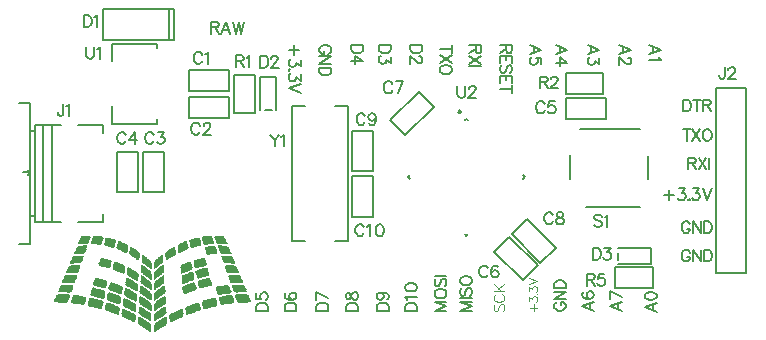
<source format=gto>
G04*
G04 #@! TF.GenerationSoftware,Altium Limited,Altium Designer,20.0.2 (26)*
G04*
G04 Layer_Color=65535*
%FSLAX44Y44*%
%MOMM*%
G71*
G01*
G75*
%ADD10C,0.2540*%
%ADD11C,0.2000*%
%ADD12C,0.1500*%
%ADD13C,0.0900*%
%ADD14C,0.1000*%
G36*
X145887Y98971D02*
Y98692D01*
X148394D01*
Y98414D01*
Y98135D01*
X148951D01*
Y97856D01*
Y97578D01*
X149230D01*
Y97299D01*
X149787D01*
Y97021D01*
Y96742D01*
Y96463D01*
Y96185D01*
X150066D01*
Y95906D01*
Y95627D01*
Y95349D01*
Y95070D01*
Y94792D01*
X150623D01*
Y94513D01*
Y94235D01*
Y93956D01*
X151180D01*
Y93677D01*
Y93399D01*
Y93120D01*
X151459D01*
Y92841D01*
X151737D01*
Y92563D01*
X151180D01*
Y92284D01*
Y92006D01*
X143936D01*
Y92284D01*
Y92563D01*
X143101D01*
Y92841D01*
Y93120D01*
X142543D01*
Y93399D01*
X142265D01*
Y93677D01*
Y93956D01*
Y94235D01*
Y94513D01*
X141707D01*
Y94792D01*
Y95070D01*
Y95349D01*
Y95627D01*
Y95906D01*
X141150D01*
Y96185D01*
Y96463D01*
Y96742D01*
Y97021D01*
Y97299D01*
X140593D01*
Y97578D01*
Y97856D01*
X140871D01*
Y98135D01*
Y98414D01*
Y98692D01*
X140593D01*
Y98971D01*
X140871D01*
Y99249D01*
X145887D01*
Y98971D01*
D02*
G37*
G36*
X35556D02*
X35835D01*
Y98692D01*
X35556D01*
Y98414D01*
Y98135D01*
Y97856D01*
X35835D01*
Y97578D01*
Y97299D01*
X35278D01*
Y97021D01*
Y96742D01*
Y96463D01*
Y96185D01*
Y95906D01*
X34720D01*
Y95627D01*
Y95349D01*
Y95070D01*
Y94792D01*
Y94513D01*
Y94235D01*
Y93956D01*
X34163D01*
Y93677D01*
Y93399D01*
Y93120D01*
X33327D01*
Y92841D01*
Y92563D01*
X32492D01*
Y92284D01*
Y92006D01*
X25248D01*
Y92284D01*
Y92563D01*
X24690D01*
Y92841D01*
X24969D01*
Y93120D01*
X25248D01*
Y93399D01*
Y93677D01*
Y93956D01*
X25805D01*
Y94235D01*
Y94513D01*
Y94792D01*
X26362D01*
Y95070D01*
Y95349D01*
Y95627D01*
Y95906D01*
X26641D01*
Y96185D01*
Y96463D01*
Y96742D01*
Y97021D01*
Y97299D01*
X27198D01*
Y97578D01*
X27476D01*
Y97856D01*
Y98135D01*
X28034D01*
Y98414D01*
Y98692D01*
X30541D01*
Y98971D01*
Y99249D01*
X35556D01*
Y98971D01*
D02*
G37*
G36*
X137807D02*
Y98692D01*
X138364D01*
Y98414D01*
Y98135D01*
X138921D01*
Y97856D01*
X138643D01*
Y97578D01*
Y97299D01*
X139200D01*
Y97021D01*
Y96742D01*
Y96463D01*
Y96185D01*
Y95906D01*
X139757D01*
Y95627D01*
Y95349D01*
Y95070D01*
Y94792D01*
Y94513D01*
X140314D01*
Y94235D01*
Y93956D01*
Y93677D01*
Y93399D01*
X140871D01*
Y93120D01*
X140314D01*
Y92841D01*
Y92563D01*
X139757D01*
Y92284D01*
Y92006D01*
X135021D01*
Y91727D01*
X131956D01*
Y92006D01*
X131120D01*
Y92284D01*
Y92563D01*
Y92841D01*
Y93120D01*
Y93399D01*
Y93677D01*
X130842D01*
Y93956D01*
Y94235D01*
Y94513D01*
Y94792D01*
Y95070D01*
X130284D01*
Y95349D01*
Y95627D01*
Y95906D01*
Y96185D01*
Y96463D01*
Y96742D01*
X129727D01*
Y97021D01*
Y97299D01*
Y97578D01*
X130006D01*
Y97856D01*
X130284D01*
Y98135D01*
X130563D01*
Y98414D01*
X130842D01*
Y98692D01*
X133628D01*
Y98971D01*
Y99249D01*
X137807D01*
Y98971D01*
D02*
G37*
G36*
X42800D02*
Y98692D01*
X45586D01*
Y98414D01*
X45865D01*
Y98135D01*
X46143D01*
Y97856D01*
X46422D01*
Y97578D01*
X46701D01*
Y97299D01*
Y97021D01*
Y96742D01*
X46143D01*
Y96463D01*
Y96185D01*
Y95906D01*
Y95627D01*
Y95349D01*
Y95070D01*
X45586D01*
Y94792D01*
Y94513D01*
Y94235D01*
Y93956D01*
Y93677D01*
Y93399D01*
Y93120D01*
X45308D01*
Y92841D01*
Y92563D01*
Y92284D01*
Y92006D01*
X44472D01*
Y91727D01*
X41407D01*
Y92006D01*
X36671D01*
Y92284D01*
Y92563D01*
X36113D01*
Y92841D01*
Y93120D01*
Y93399D01*
X36392D01*
Y93677D01*
Y93956D01*
X36113D01*
Y94235D01*
Y94513D01*
X36671D01*
Y94792D01*
Y95070D01*
Y95349D01*
Y95627D01*
Y95906D01*
X37228D01*
Y96185D01*
Y96463D01*
Y96742D01*
Y97021D01*
Y97299D01*
X37785D01*
Y97578D01*
Y97856D01*
X37506D01*
Y98135D01*
X38064D01*
Y98414D01*
Y98692D01*
X38621D01*
Y98971D01*
Y99249D01*
X42800D01*
Y98971D01*
D02*
G37*
G36*
X127498Y97299D02*
X127777D01*
Y97021D01*
X128055D01*
Y96742D01*
X128334D01*
Y96463D01*
Y96185D01*
Y95906D01*
Y95627D01*
Y95349D01*
X128891D01*
Y95070D01*
Y94792D01*
Y94513D01*
Y94235D01*
Y93956D01*
X129170D01*
Y93677D01*
Y93399D01*
Y93120D01*
Y92841D01*
Y92563D01*
Y92284D01*
Y92006D01*
Y91727D01*
Y91448D01*
Y91170D01*
X128891D01*
Y90891D01*
Y90612D01*
X127498D01*
Y90334D01*
X125827D01*
Y90055D01*
X125548D01*
Y89777D01*
X123598D01*
Y89498D01*
Y89220D01*
X121926D01*
Y88941D01*
X121647D01*
Y89220D01*
X120812D01*
Y89498D01*
X120533D01*
Y89777D01*
X120254D01*
Y90055D01*
Y90334D01*
Y90612D01*
Y90891D01*
Y91170D01*
X119697D01*
Y91448D01*
Y91727D01*
X119976D01*
Y92006D01*
Y92284D01*
Y92563D01*
Y92841D01*
Y93120D01*
Y93399D01*
X119697D01*
Y93677D01*
X119418D01*
Y93956D01*
Y94235D01*
Y94513D01*
Y94792D01*
Y95070D01*
Y95349D01*
X119697D01*
Y95627D01*
Y95906D01*
X120812D01*
Y96185D01*
X121647D01*
Y96463D01*
Y96742D01*
X123598D01*
Y97021D01*
Y97299D01*
X124991D01*
Y97578D01*
X127498D01*
Y97299D01*
D02*
G37*
G36*
X51437D02*
X52830D01*
Y97021D01*
Y96742D01*
X54781D01*
Y96463D01*
Y96185D01*
X56174D01*
Y95906D01*
X56731D01*
Y95627D01*
Y95349D01*
X57009D01*
Y95070D01*
Y94792D01*
Y94513D01*
Y94235D01*
Y93956D01*
Y93677D01*
Y93399D01*
Y93120D01*
X56452D01*
Y92841D01*
Y92563D01*
Y92284D01*
Y92006D01*
Y91727D01*
Y91448D01*
X56731D01*
Y91170D01*
X56174D01*
Y90891D01*
Y90612D01*
Y90334D01*
Y90055D01*
Y89777D01*
X55895D01*
Y89498D01*
X55616D01*
Y89220D01*
X55338D01*
Y88941D01*
X55059D01*
Y88662D01*
X54781D01*
Y88941D01*
X54502D01*
Y89220D01*
X52830D01*
Y89498D01*
Y89777D01*
X50880D01*
Y90055D01*
X50601D01*
Y90334D01*
X48930D01*
Y90612D01*
X47537D01*
Y90891D01*
Y91170D01*
X47258D01*
Y91448D01*
Y91727D01*
Y92006D01*
Y92284D01*
Y92563D01*
Y92841D01*
Y93120D01*
Y93399D01*
X47537D01*
Y93677D01*
Y93956D01*
Y94235D01*
Y94513D01*
Y94792D01*
Y95070D01*
Y95349D01*
X48094D01*
Y95627D01*
Y95906D01*
Y96185D01*
Y96463D01*
Y96742D01*
X48372D01*
Y97021D01*
X48651D01*
Y97299D01*
X48930D01*
Y97578D01*
X51437D01*
Y97299D01*
D02*
G37*
G36*
X116911Y94513D02*
X117468D01*
Y94235D01*
Y93956D01*
X118025D01*
Y93677D01*
X117747D01*
Y93399D01*
Y93120D01*
Y92841D01*
Y92563D01*
Y92284D01*
Y92006D01*
X118304D01*
Y91727D01*
Y91448D01*
Y91170D01*
Y90891D01*
Y90612D01*
Y90334D01*
Y90055D01*
Y89777D01*
X118583D01*
Y89498D01*
X118861D01*
Y89220D01*
Y88941D01*
Y88662D01*
X118304D01*
Y88384D01*
Y88105D01*
Y87826D01*
X117468D01*
Y87548D01*
Y87269D01*
X116632D01*
Y86991D01*
X115796D01*
Y86712D01*
X115518D01*
Y86433D01*
X114125D01*
Y86155D01*
Y85876D01*
X113289D01*
Y85597D01*
X112453D01*
Y85319D01*
X112175D01*
Y85040D01*
X111339D01*
Y84762D01*
Y84483D01*
X110224D01*
Y84762D01*
Y85040D01*
X109946D01*
Y85319D01*
Y85597D01*
Y85876D01*
Y86155D01*
Y86433D01*
X109388D01*
Y86712D01*
Y86991D01*
Y87269D01*
Y87548D01*
Y87826D01*
Y88105D01*
Y88384D01*
Y88662D01*
Y88941D01*
Y89220D01*
Y89498D01*
Y89777D01*
X108831D01*
Y90055D01*
X109388D01*
Y90334D01*
Y90612D01*
Y90891D01*
Y91170D01*
X109667D01*
Y91448D01*
X110224D01*
Y91727D01*
Y92006D01*
X110781D01*
Y92284D01*
Y92563D01*
X111617D01*
Y92841D01*
X113010D01*
Y93120D01*
Y93399D01*
X114125D01*
Y93677D01*
Y93956D01*
X114961D01*
Y94235D01*
X115239D01*
Y94513D01*
X116354D01*
Y94792D01*
X116911D01*
Y94513D01*
D02*
G37*
G36*
X60074D02*
X61189D01*
Y94235D01*
X61467D01*
Y93956D01*
X62303D01*
Y93677D01*
Y93399D01*
X63417D01*
Y93120D01*
Y92841D01*
X64811D01*
Y92563D01*
X65646D01*
Y92284D01*
Y92006D01*
X66203D01*
Y91727D01*
Y91448D01*
X66761D01*
Y91170D01*
X67039D01*
Y90891D01*
Y90612D01*
X67597D01*
Y90334D01*
Y90055D01*
Y89777D01*
Y89498D01*
Y89220D01*
X67039D01*
Y88941D01*
Y88662D01*
Y88384D01*
Y88105D01*
Y87826D01*
Y87548D01*
Y87269D01*
Y86991D01*
Y86712D01*
Y86433D01*
Y86155D01*
Y85876D01*
X66482D01*
Y85597D01*
Y85319D01*
Y85040D01*
X66203D01*
Y84762D01*
Y84483D01*
X65646D01*
Y84762D01*
Y85040D01*
X64253D01*
Y85319D01*
X63975D01*
Y85597D01*
X63139D01*
Y85876D01*
X62303D01*
Y86155D01*
Y86433D01*
X61467D01*
Y86712D01*
X61189D01*
Y86991D01*
X59795D01*
Y87269D01*
X58960D01*
Y87548D01*
Y87826D01*
X58402D01*
Y88105D01*
Y88384D01*
X58124D01*
Y88662D01*
X57567D01*
Y88941D01*
Y89220D01*
Y89498D01*
X57845D01*
Y89777D01*
X58124D01*
Y90055D01*
Y90334D01*
Y90612D01*
Y90891D01*
Y91170D01*
Y91448D01*
Y91727D01*
Y92006D01*
X58681D01*
Y92284D01*
Y92563D01*
Y92841D01*
Y93120D01*
Y93399D01*
Y93677D01*
X58402D01*
Y93956D01*
X58960D01*
Y94235D01*
Y94513D01*
X59517D01*
Y94792D01*
X60074D01*
Y94513D01*
D02*
G37*
G36*
X147280Y90891D02*
X147558D01*
Y90612D01*
X151180D01*
Y90334D01*
Y90055D01*
X152295D01*
Y89777D01*
X152573D01*
Y89498D01*
Y89220D01*
X153131D01*
Y88941D01*
Y88662D01*
Y88384D01*
Y88105D01*
X153409D01*
Y87826D01*
Y87548D01*
Y87269D01*
X153966D01*
Y86991D01*
Y86712D01*
Y86433D01*
Y86155D01*
Y85876D01*
X154524D01*
Y85597D01*
Y85319D01*
Y85040D01*
Y84762D01*
X155081D01*
Y84483D01*
Y84205D01*
X154802D01*
Y83926D01*
X146444D01*
Y84205D01*
Y84483D01*
X145329D01*
Y84762D01*
Y85040D01*
X145051D01*
Y85319D01*
Y85597D01*
Y85876D01*
Y86155D01*
Y86433D01*
X144494D01*
Y86712D01*
Y86991D01*
Y87269D01*
Y87548D01*
Y87826D01*
X143936D01*
Y88105D01*
Y88384D01*
X144215D01*
Y88662D01*
Y88941D01*
Y89220D01*
X143658D01*
Y89498D01*
Y89777D01*
Y90055D01*
Y90334D01*
Y90612D01*
X143936D01*
Y90891D01*
Y91170D01*
X147280D01*
Y90891D01*
D02*
G37*
G36*
X32492D02*
Y90612D01*
X32770D01*
Y90334D01*
Y90055D01*
Y89777D01*
Y89498D01*
Y89220D01*
X32213D01*
Y88941D01*
Y88662D01*
Y88384D01*
Y88105D01*
Y87826D01*
X32492D01*
Y87548D01*
Y87269D01*
X31934D01*
Y86991D01*
Y86712D01*
Y86433D01*
Y86155D01*
Y85876D01*
X31377D01*
Y85597D01*
Y85319D01*
Y85040D01*
X31098D01*
Y84762D01*
Y84483D01*
X29984D01*
Y84205D01*
Y83926D01*
X21626D01*
Y84205D01*
X21347D01*
Y84483D01*
Y84762D01*
X21904D01*
Y85040D01*
Y85319D01*
Y85597D01*
Y85876D01*
X22462D01*
Y86155D01*
Y86433D01*
Y86712D01*
X23019D01*
Y86991D01*
Y87269D01*
Y87548D01*
Y87826D01*
Y88105D01*
X23297D01*
Y88384D01*
Y88662D01*
Y88941D01*
Y89220D01*
X23854D01*
Y89498D01*
Y89777D01*
X24133D01*
Y90055D01*
X25248D01*
Y90334D01*
Y90612D01*
X28870D01*
Y90891D01*
X29148D01*
Y91170D01*
X32492D01*
Y90891D01*
D02*
G37*
G36*
X141150Y90334D02*
Y90055D01*
Y89777D01*
Y89498D01*
X141707D01*
Y89220D01*
Y88941D01*
Y88662D01*
X142265D01*
Y88384D01*
X141986D01*
Y88105D01*
Y87826D01*
X142543D01*
Y87548D01*
Y87269D01*
Y86991D01*
Y86712D01*
Y86433D01*
X143101D01*
Y86155D01*
Y85876D01*
Y85597D01*
Y85319D01*
Y85040D01*
X143379D01*
Y84762D01*
X143658D01*
Y84483D01*
X143101D01*
Y84205D01*
Y83926D01*
X140314D01*
Y83647D01*
X136692D01*
Y83369D01*
X136414D01*
Y83090D01*
X134464D01*
Y83369D01*
Y83647D01*
X133906D01*
Y83926D01*
X133628D01*
Y84205D01*
Y84483D01*
Y84762D01*
Y85040D01*
X133070D01*
Y85319D01*
Y85597D01*
Y85876D01*
Y86155D01*
Y86433D01*
Y86712D01*
Y86991D01*
X132513D01*
Y87269D01*
X132792D01*
Y87548D01*
Y87826D01*
Y88105D01*
Y88384D01*
X132235D01*
Y88662D01*
Y88941D01*
Y89220D01*
X132513D01*
Y89498D01*
X132792D01*
Y89777D01*
X133070D01*
Y90055D01*
X135299D01*
Y90334D01*
X135578D01*
Y90612D01*
X141150D01*
Y90334D01*
D02*
G37*
G36*
X107160Y89777D02*
X107438D01*
Y89498D01*
Y89220D01*
Y88941D01*
Y88662D01*
Y88384D01*
Y88105D01*
Y87826D01*
Y87548D01*
Y87269D01*
X107995D01*
Y86991D01*
Y86712D01*
Y86433D01*
Y86155D01*
Y85876D01*
Y85597D01*
Y85319D01*
Y85040D01*
Y84762D01*
Y84483D01*
Y84205D01*
Y83926D01*
Y83647D01*
X107717D01*
Y83369D01*
X107438D01*
Y83090D01*
X107160D01*
Y82811D01*
X106881D01*
Y82533D01*
X106602D01*
Y82254D01*
X105766D01*
Y81976D01*
X105488D01*
Y81697D01*
X104652D01*
Y81418D01*
Y81140D01*
X103816D01*
Y80861D01*
X103538D01*
Y80583D01*
X103259D01*
Y80304D01*
X102423D01*
Y80025D01*
X102144D01*
Y79747D01*
X101866D01*
Y79468D01*
X101587D01*
Y79190D01*
X100751D01*
Y78911D01*
X99916D01*
Y78632D01*
X99637D01*
Y78911D01*
X99358D01*
Y79190D01*
Y79468D01*
Y79747D01*
Y80025D01*
Y80304D01*
Y80583D01*
Y80861D01*
Y81140D01*
X98801D01*
Y81418D01*
Y81697D01*
X99080D01*
Y81976D01*
Y82254D01*
Y82533D01*
Y82811D01*
Y83090D01*
Y83369D01*
Y83647D01*
Y83926D01*
X98801D01*
Y84205D01*
Y84483D01*
X99358D01*
Y84762D01*
Y85040D01*
Y85319D01*
X99637D01*
Y85597D01*
X99916D01*
Y85876D01*
X100194D01*
Y86155D01*
X100473D01*
Y86433D01*
X101309D01*
Y86712D01*
X101587D01*
Y86991D01*
Y87269D01*
X102144D01*
Y87548D01*
Y87826D01*
X102980D01*
Y88105D01*
X104095D01*
Y88384D01*
Y88662D01*
X104373D01*
Y88941D01*
X104652D01*
Y89220D01*
X105488D01*
Y89498D01*
X106045D01*
Y89777D01*
X106324D01*
Y90055D01*
X107160D01*
Y89777D01*
D02*
G37*
G36*
X70104D02*
X70383D01*
Y89498D01*
X70940D01*
Y89220D01*
X71776D01*
Y88941D01*
X72054D01*
Y88662D01*
X72890D01*
Y88384D01*
Y88105D01*
X73447D01*
Y87826D01*
X74283D01*
Y87548D01*
Y87269D01*
X74840D01*
Y86991D01*
Y86712D01*
X75676D01*
Y86433D01*
X75955D01*
Y86155D01*
X76234D01*
Y85876D01*
X76512D01*
Y85597D01*
X76791D01*
Y85319D01*
X77069D01*
Y85040D01*
Y84762D01*
Y84483D01*
X77627D01*
Y84205D01*
Y83926D01*
X77348D01*
Y83647D01*
Y83369D01*
Y83090D01*
Y82811D01*
Y82533D01*
Y82254D01*
Y81976D01*
Y81697D01*
Y81418D01*
Y81140D01*
Y80861D01*
Y80583D01*
X77627D01*
Y80304D01*
X77069D01*
Y80025D01*
Y79747D01*
Y79468D01*
Y79190D01*
Y78911D01*
X76791D01*
Y78632D01*
X76512D01*
Y78911D01*
X75676D01*
Y79190D01*
X74562D01*
Y79468D01*
Y79747D01*
X74283D01*
Y80025D01*
X74005D01*
Y80304D01*
X73169D01*
Y80583D01*
X72890D01*
Y80861D01*
X72612D01*
Y81140D01*
X71776D01*
Y81418D01*
Y81697D01*
X70940D01*
Y81976D01*
X70661D01*
Y82254D01*
X69826D01*
Y82533D01*
X69547D01*
Y82811D01*
X69268D01*
Y83090D01*
X68990D01*
Y83369D01*
X68711D01*
Y83647D01*
X68432D01*
Y83926D01*
Y84205D01*
Y84483D01*
Y84762D01*
Y85040D01*
Y85319D01*
Y85597D01*
Y85876D01*
Y86155D01*
Y86433D01*
Y86712D01*
X68990D01*
Y86991D01*
Y87269D01*
Y87548D01*
Y87826D01*
Y88105D01*
Y88384D01*
Y88662D01*
Y88941D01*
Y89220D01*
Y89498D01*
Y89777D01*
X69268D01*
Y90055D01*
X70104D01*
Y89777D01*
D02*
G37*
G36*
X154524Y82254D02*
Y81976D01*
X155359D01*
Y81697D01*
X155917D01*
Y81418D01*
Y81140D01*
X156474D01*
Y80861D01*
Y80583D01*
X156195D01*
Y80304D01*
X156474D01*
Y80025D01*
X156753D01*
Y79747D01*
Y79468D01*
Y79190D01*
X157310D01*
Y78911D01*
Y78632D01*
Y78354D01*
Y78075D01*
Y77796D01*
X157867D01*
Y77518D01*
Y77239D01*
Y76961D01*
Y76682D01*
X158146D01*
Y76403D01*
Y76125D01*
Y75846D01*
X157867D01*
Y75567D01*
X154524D01*
Y75846D01*
X148951D01*
Y76125D01*
X148673D01*
Y76403D01*
X148394D01*
Y76682D01*
X148116D01*
Y76961D01*
X147837D01*
Y77239D01*
Y77518D01*
Y77796D01*
Y78075D01*
Y78354D01*
X147280D01*
Y78632D01*
Y78911D01*
Y79190D01*
X147001D01*
Y79468D01*
Y79747D01*
Y80025D01*
Y80304D01*
Y80583D01*
Y80861D01*
Y81140D01*
X146444D01*
Y81418D01*
Y81697D01*
Y81976D01*
X146722D01*
Y82254D01*
Y82533D01*
X154524D01*
Y82254D01*
D02*
G37*
G36*
X29705D02*
Y81976D01*
X29984D01*
Y81697D01*
Y81418D01*
Y81140D01*
X29427D01*
Y80861D01*
Y80583D01*
Y80304D01*
Y80025D01*
Y79747D01*
Y79468D01*
Y79190D01*
X29148D01*
Y78911D01*
Y78632D01*
Y78354D01*
Y78075D01*
Y77796D01*
X28591D01*
Y77518D01*
Y77239D01*
Y76961D01*
X28312D01*
Y76682D01*
X28034D01*
Y76403D01*
X27755D01*
Y76125D01*
X27476D01*
Y75846D01*
X21904D01*
Y75567D01*
X18561D01*
Y75846D01*
X18282D01*
Y76125D01*
Y76403D01*
Y76682D01*
X18561D01*
Y76961D01*
Y77239D01*
Y77518D01*
Y77796D01*
X19118D01*
Y78075D01*
Y78354D01*
Y78632D01*
Y78911D01*
Y79190D01*
X19675D01*
Y79468D01*
Y79747D01*
Y80025D01*
X19954D01*
Y80304D01*
X20233D01*
Y80583D01*
X19954D01*
Y80861D01*
Y81140D01*
X20511D01*
Y81418D01*
Y81697D01*
X21068D01*
Y81976D01*
X21904D01*
Y82254D01*
Y82533D01*
X29705D01*
Y82254D01*
D02*
G37*
G36*
X132235Y80304D02*
Y80025D01*
X132513D01*
Y79747D01*
Y79468D01*
Y79190D01*
X133070D01*
Y78911D01*
Y78632D01*
Y78354D01*
Y78075D01*
Y77796D01*
X133628D01*
Y77518D01*
Y77239D01*
Y76961D01*
Y76682D01*
Y76403D01*
Y76125D01*
Y75846D01*
X134185D01*
Y75567D01*
X133906D01*
Y75289D01*
Y75010D01*
Y74732D01*
Y74453D01*
X133628D01*
Y74174D01*
X133349D01*
Y73896D01*
X133070D01*
Y73617D01*
X131677D01*
Y73339D01*
Y73060D01*
X129727D01*
Y72781D01*
X127777D01*
Y72503D01*
X127498D01*
Y72224D01*
X126105D01*
Y71946D01*
Y71667D01*
X124433D01*
Y71946D01*
Y72224D01*
X124155D01*
Y72503D01*
Y72781D01*
Y73060D01*
X123598D01*
Y73339D01*
Y73617D01*
Y73896D01*
Y74174D01*
Y74453D01*
Y74732D01*
Y75010D01*
X123040D01*
Y75289D01*
Y75567D01*
X123319D01*
Y75846D01*
Y76125D01*
Y76403D01*
Y76682D01*
Y76961D01*
X123040D01*
Y77239D01*
Y77518D01*
Y77796D01*
Y78075D01*
Y78354D01*
X123598D01*
Y78632D01*
X124433D01*
Y78911D01*
Y79190D01*
X125827D01*
Y79468D01*
X126105D01*
Y79747D01*
X127220D01*
Y80025D01*
X129170D01*
Y80304D01*
Y80583D01*
X132235D01*
Y80304D01*
D02*
G37*
G36*
X47258D02*
Y80025D01*
X49208D01*
Y79747D01*
X50323D01*
Y79468D01*
X50601D01*
Y79190D01*
X51994D01*
Y78911D01*
Y78632D01*
X52830D01*
Y78354D01*
X53387D01*
Y78075D01*
Y77796D01*
X53945D01*
Y77518D01*
X53666D01*
Y77239D01*
X53109D01*
Y76961D01*
Y76682D01*
Y76403D01*
Y76125D01*
Y75846D01*
Y75567D01*
X53387D01*
Y75289D01*
Y75010D01*
X52830D01*
Y74732D01*
Y74453D01*
Y74174D01*
Y73896D01*
Y73617D01*
Y73339D01*
Y73060D01*
Y72781D01*
Y72503D01*
X52273D01*
Y72224D01*
X51994D01*
Y71946D01*
Y71667D01*
X50323D01*
Y71946D01*
Y72224D01*
X48930D01*
Y72503D01*
X48651D01*
Y72781D01*
X46701D01*
Y73060D01*
X44750D01*
Y73339D01*
Y73617D01*
X43357D01*
Y73896D01*
X43079D01*
Y74174D01*
X42800D01*
Y74453D01*
X42522D01*
Y74732D01*
Y75010D01*
Y75289D01*
Y75567D01*
X42243D01*
Y75846D01*
X42800D01*
Y76125D01*
Y76403D01*
Y76682D01*
Y76961D01*
Y77239D01*
X43357D01*
Y77518D01*
Y77796D01*
Y78075D01*
Y78354D01*
Y78632D01*
Y78911D01*
Y79190D01*
X43915D01*
Y79468D01*
Y79747D01*
Y80025D01*
X44193D01*
Y80304D01*
Y80583D01*
X47258D01*
Y80304D01*
D02*
G37*
G36*
X97129Y83090D02*
X97408D01*
Y82811D01*
Y82533D01*
Y82254D01*
Y81976D01*
Y81697D01*
Y81418D01*
Y81140D01*
Y80861D01*
Y80583D01*
Y80304D01*
Y80025D01*
Y79747D01*
Y79468D01*
Y79190D01*
Y78911D01*
Y78632D01*
Y78354D01*
Y78075D01*
Y77796D01*
Y77518D01*
X97129D01*
Y77239D01*
X96851D01*
Y76961D01*
Y76682D01*
X97129D01*
Y76403D01*
X96572D01*
Y76125D01*
Y75846D01*
X96015D01*
Y75567D01*
X95179D01*
Y75289D01*
Y75010D01*
X94622D01*
Y74732D01*
Y74453D01*
X94343D01*
Y74174D01*
X93786D01*
Y73896D01*
Y73617D01*
X92950D01*
Y73339D01*
X92672D01*
Y73060D01*
X92393D01*
Y72781D01*
X92114D01*
Y72503D01*
X91836D01*
Y72224D01*
X91000D01*
Y71946D01*
X90721D01*
Y71667D01*
X90443D01*
Y71388D01*
Y71110D01*
X89886D01*
Y70831D01*
X89328D01*
Y71110D01*
X89050D01*
Y71388D01*
Y71667D01*
Y71946D01*
Y72224D01*
Y72503D01*
Y72781D01*
Y73060D01*
Y73339D01*
Y73617D01*
Y73896D01*
Y74174D01*
Y74453D01*
Y74732D01*
Y75010D01*
Y75289D01*
Y75567D01*
Y75846D01*
Y76125D01*
Y76403D01*
X89328D01*
Y76682D01*
Y76961D01*
Y77239D01*
X89886D01*
Y77518D01*
Y77796D01*
X90164D01*
Y78075D01*
X90443D01*
Y78354D01*
X90721D01*
Y78632D01*
X91279D01*
Y78911D01*
Y79190D01*
X91557D01*
Y79468D01*
X91836D01*
Y79747D01*
X92114D01*
Y80025D01*
X92672D01*
Y80304D01*
Y80583D01*
X93229D01*
Y80861D01*
Y81140D01*
X94065D01*
Y81418D01*
X94343D01*
Y81697D01*
X94622D01*
Y81976D01*
X94901D01*
Y82254D01*
X95179D01*
Y82533D01*
X95458D01*
Y82811D01*
X95736D01*
Y83090D01*
X96572D01*
Y83369D01*
X97129D01*
Y83090D01*
D02*
G37*
G36*
X80413D02*
X80691D01*
Y82811D01*
X80970D01*
Y82533D01*
X81249D01*
Y82254D01*
X81527D01*
Y81976D01*
X81806D01*
Y81697D01*
X82084D01*
Y81418D01*
X82920D01*
Y81140D01*
X83199D01*
Y80861D01*
Y80583D01*
X83756D01*
Y80304D01*
Y80025D01*
X84313D01*
Y79747D01*
X85149D01*
Y79468D01*
Y79190D01*
Y78911D01*
Y78632D01*
X85985D01*
Y78354D01*
Y78075D01*
Y77796D01*
X86542D01*
Y77518D01*
Y77239D01*
X87099D01*
Y76961D01*
Y76682D01*
Y76403D01*
X87378D01*
Y76125D01*
Y75846D01*
Y75567D01*
Y75289D01*
Y75010D01*
Y74732D01*
Y74453D01*
Y74174D01*
Y73896D01*
Y73617D01*
Y73339D01*
Y73060D01*
Y72781D01*
Y72503D01*
Y72224D01*
Y71946D01*
Y71667D01*
Y71388D01*
Y71110D01*
X87099D01*
Y70831D01*
X86542D01*
Y71110D01*
X85985D01*
Y71388D01*
Y71667D01*
X85706D01*
Y71946D01*
X85428D01*
Y72224D01*
X85149D01*
Y72503D01*
X84592D01*
Y72781D01*
X84035D01*
Y73060D01*
X83756D01*
Y73339D01*
X83477D01*
Y73617D01*
X83199D01*
Y73896D01*
X82920D01*
Y74174D01*
X82084D01*
Y74453D01*
X81806D01*
Y74732D01*
Y75010D01*
X81249D01*
Y75289D01*
Y75567D01*
X80413D01*
Y75846D01*
X79855D01*
Y76125D01*
Y76403D01*
X79298D01*
Y76682D01*
X79577D01*
Y76961D01*
Y77239D01*
X79298D01*
Y77518D01*
X79020D01*
Y77796D01*
Y78075D01*
Y78354D01*
Y78632D01*
Y78911D01*
Y79190D01*
Y79468D01*
Y79747D01*
Y80025D01*
Y80304D01*
Y80583D01*
Y80861D01*
Y81140D01*
Y81418D01*
Y81697D01*
Y81976D01*
Y82254D01*
Y82533D01*
Y82811D01*
Y83090D01*
X79298D01*
Y83369D01*
X80413D01*
Y83090D01*
D02*
G37*
G36*
X157310Y74174D02*
Y73896D01*
X158703D01*
Y73617D01*
X159260D01*
Y73339D01*
Y73060D01*
X159817D01*
Y72781D01*
Y72503D01*
X159539D01*
Y72224D01*
X159817D01*
Y71946D01*
X160096D01*
Y71667D01*
Y71388D01*
Y71110D01*
X160653D01*
Y70831D01*
Y70553D01*
Y70274D01*
Y69995D01*
Y69717D01*
X161210D01*
Y69438D01*
Y69159D01*
Y68881D01*
Y68602D01*
X161489D01*
Y68324D01*
Y68045D01*
Y67766D01*
X161210D01*
Y67488D01*
X152573D01*
Y67766D01*
X151737D01*
Y68045D01*
X151459D01*
Y68324D01*
X151180D01*
Y68602D01*
Y68881D01*
X150623D01*
Y69159D01*
Y69438D01*
Y69717D01*
Y69995D01*
Y70274D01*
X150344D01*
Y70553D01*
Y70831D01*
Y71110D01*
X149787D01*
Y71388D01*
Y71667D01*
Y71946D01*
Y72224D01*
Y72503D01*
Y72781D01*
Y73060D01*
X149230D01*
Y73339D01*
Y73617D01*
X149787D01*
Y73896D01*
X150066D01*
Y74174D01*
Y74453D01*
X157310D01*
Y74174D01*
D02*
G37*
G36*
X26641D02*
X26919D01*
Y73896D01*
X27198D01*
Y73617D01*
Y73339D01*
Y73060D01*
Y72781D01*
X26919D01*
Y72503D01*
X26641D01*
Y72224D01*
Y71946D01*
Y71667D01*
Y71388D01*
Y71110D01*
X26083D01*
Y70831D01*
Y70553D01*
Y70274D01*
Y69995D01*
Y69717D01*
X25805D01*
Y69438D01*
Y69159D01*
Y68881D01*
X25248D01*
Y68602D01*
Y68324D01*
X24969D01*
Y68045D01*
X24690D01*
Y67766D01*
X23854D01*
Y67488D01*
X15217D01*
Y67766D01*
X14939D01*
Y68045D01*
Y68324D01*
Y68602D01*
X15217D01*
Y68881D01*
Y69159D01*
Y69438D01*
Y69717D01*
X15775D01*
Y69995D01*
Y70274D01*
Y70553D01*
Y70831D01*
Y71110D01*
X16332D01*
Y71388D01*
Y71667D01*
Y71946D01*
X16611D01*
Y72224D01*
X16889D01*
Y72503D01*
X16611D01*
Y72781D01*
Y73060D01*
X17168D01*
Y73339D01*
Y73617D01*
X17725D01*
Y73896D01*
X18839D01*
Y74174D01*
X19118D01*
Y74453D01*
X26641D01*
Y74174D01*
D02*
G37*
G36*
X120812Y76961D02*
X121090D01*
Y76682D01*
Y76403D01*
Y76125D01*
Y75846D01*
Y75567D01*
Y75289D01*
X121647D01*
Y75010D01*
Y74732D01*
Y74453D01*
Y74174D01*
Y73896D01*
Y73617D01*
Y73339D01*
Y73060D01*
Y72781D01*
Y72503D01*
X122205D01*
Y72224D01*
Y71946D01*
Y71667D01*
X121647D01*
Y71388D01*
Y71110D01*
Y70831D01*
X121369D01*
Y70553D01*
Y70274D01*
X120254D01*
Y69995D01*
Y69717D01*
X118861D01*
Y69438D01*
X118025D01*
Y69159D01*
Y68881D01*
X116632D01*
Y68602D01*
X116354D01*
Y68324D01*
X115518D01*
Y68045D01*
Y67766D01*
X114682D01*
Y67488D01*
X113289D01*
Y67209D01*
Y66930D01*
X112732D01*
Y67209D01*
X112453D01*
Y67488D01*
X112175D01*
Y67766D01*
Y68045D01*
Y68324D01*
X111617D01*
Y68602D01*
Y68881D01*
X111896D01*
Y69159D01*
Y69438D01*
Y69717D01*
Y69995D01*
Y70274D01*
Y70553D01*
Y70831D01*
Y71110D01*
Y71388D01*
Y71667D01*
X111339D01*
Y71946D01*
Y72224D01*
Y72503D01*
Y72781D01*
Y73060D01*
X111896D01*
Y73339D01*
Y73617D01*
X111617D01*
Y73896D01*
X112175D01*
Y74174D01*
Y74453D01*
X113010D01*
Y74732D01*
X113289D01*
Y75010D01*
X114125D01*
Y75289D01*
X115239D01*
Y75567D01*
X115518D01*
Y75846D01*
X116354D01*
Y76125D01*
Y76403D01*
X117468D01*
Y76682D01*
X118583D01*
Y76961D01*
X118861D01*
Y77239D01*
X120812D01*
Y76961D01*
D02*
G37*
G36*
X57567D02*
X57845D01*
Y76682D01*
X58960D01*
Y76403D01*
X60074D01*
Y76125D01*
Y75846D01*
X60910D01*
Y75567D01*
X61189D01*
Y75289D01*
X62303D01*
Y75010D01*
X63139D01*
Y74732D01*
X63417D01*
Y74453D01*
X64253D01*
Y74174D01*
Y73896D01*
X64811D01*
Y73617D01*
X64532D01*
Y73339D01*
Y73060D01*
X65089D01*
Y72781D01*
Y72503D01*
Y72224D01*
Y71946D01*
Y71667D01*
Y71388D01*
Y71110D01*
X64532D01*
Y70831D01*
Y70553D01*
Y70274D01*
Y69995D01*
Y69717D01*
Y69438D01*
Y69159D01*
Y68881D01*
Y68602D01*
Y68324D01*
X64811D01*
Y68045D01*
X64532D01*
Y67766D01*
X64253D01*
Y67488D01*
X63975D01*
Y67209D01*
X63696D01*
Y66930D01*
X63139D01*
Y67209D01*
Y67488D01*
X61746D01*
Y67766D01*
X60910D01*
Y68045D01*
Y68324D01*
X59795D01*
Y68602D01*
Y68881D01*
X58402D01*
Y69159D01*
Y69438D01*
X57567D01*
Y69717D01*
X56174D01*
Y69995D01*
Y70274D01*
X55059D01*
Y70553D01*
Y70831D01*
X54781D01*
Y71110D01*
Y71388D01*
Y71667D01*
X54223D01*
Y71946D01*
Y72224D01*
X54781D01*
Y72503D01*
Y72781D01*
Y73060D01*
Y73339D01*
Y73617D01*
Y73896D01*
Y74174D01*
Y74453D01*
Y74732D01*
Y75010D01*
X55338D01*
Y75289D01*
Y75567D01*
Y75846D01*
Y76125D01*
Y76403D01*
Y76682D01*
Y76961D01*
X55616D01*
Y77239D01*
X57567D01*
Y76961D01*
D02*
G37*
G36*
X134464Y71667D02*
X135021D01*
Y71388D01*
Y71110D01*
X135578D01*
Y70831D01*
Y70553D01*
X135299D01*
Y70274D01*
Y69995D01*
Y69717D01*
Y69438D01*
Y69159D01*
Y68881D01*
X135578D01*
Y68602D01*
X135857D01*
Y68324D01*
Y68045D01*
Y67766D01*
Y67488D01*
Y67209D01*
Y66930D01*
X136414D01*
Y66652D01*
Y66373D01*
Y66095D01*
X136135D01*
Y65816D01*
Y65538D01*
X135021D01*
Y65259D01*
Y64980D01*
X133628D01*
Y64702D01*
X131677D01*
Y64423D01*
X131120D01*
Y64144D01*
X130006D01*
Y63866D01*
X129727D01*
Y63587D01*
X128055D01*
Y63309D01*
X127777D01*
Y63030D01*
X126384D01*
Y63309D01*
Y63587D01*
X125827D01*
Y63866D01*
Y64144D01*
X125548D01*
Y64423D01*
Y64702D01*
Y64980D01*
Y65259D01*
Y65538D01*
Y65816D01*
Y66095D01*
X124991D01*
Y66373D01*
Y66652D01*
Y66930D01*
Y67209D01*
Y67488D01*
Y67766D01*
X124712D01*
Y68045D01*
X124433D01*
Y68324D01*
X124712D01*
Y68602D01*
Y68881D01*
X124433D01*
Y69159D01*
X124991D01*
Y69438D01*
Y69717D01*
X125548D01*
Y69995D01*
Y70274D01*
X126384D01*
Y70553D01*
X127777D01*
Y70831D01*
Y71110D01*
X129727D01*
Y71388D01*
Y71667D01*
X131677D01*
Y71946D01*
X134464D01*
Y71667D01*
D02*
G37*
G36*
X97408Y74732D02*
X97687D01*
Y74453D01*
X97965D01*
Y74174D01*
Y73896D01*
Y73617D01*
Y73339D01*
Y73060D01*
Y72781D01*
Y72503D01*
Y72224D01*
Y71946D01*
Y71667D01*
Y71388D01*
Y71110D01*
Y70831D01*
Y70553D01*
Y70274D01*
Y69995D01*
Y69717D01*
Y69438D01*
Y69159D01*
Y68881D01*
Y68602D01*
Y68324D01*
X97687D01*
Y68045D01*
X97408D01*
Y67766D01*
X97129D01*
Y67488D01*
X96572D01*
Y67209D01*
Y66930D01*
X96015D01*
Y66652D01*
Y66373D01*
X95736D01*
Y66095D01*
X94901D01*
Y65816D01*
X94622D01*
Y65538D01*
X94343D01*
Y65259D01*
X94065D01*
Y64980D01*
X93786D01*
Y64702D01*
X92950D01*
Y64423D01*
X92672D01*
Y64144D01*
X92393D01*
Y63866D01*
Y63587D01*
X91279D01*
Y63309D01*
Y63030D01*
X91000D01*
Y62751D01*
X90443D01*
Y62473D01*
Y62194D01*
X89607D01*
Y61915D01*
X89328D01*
Y62194D01*
X89050D01*
Y62473D01*
Y62751D01*
Y63030D01*
Y63309D01*
Y63587D01*
Y63866D01*
Y64144D01*
Y64423D01*
Y64702D01*
Y64980D01*
Y65259D01*
Y65538D01*
Y65816D01*
Y66095D01*
Y66373D01*
Y66652D01*
Y66930D01*
Y67209D01*
X89328D01*
Y67488D01*
Y67766D01*
Y68045D01*
Y68324D01*
X89886D01*
Y68602D01*
Y68881D01*
Y69159D01*
X90164D01*
Y69438D01*
X90443D01*
Y69717D01*
X90721D01*
Y69995D01*
X91000D01*
Y70274D01*
X91279D01*
Y70553D01*
X92114D01*
Y70831D01*
Y71110D01*
X92672D01*
Y71388D01*
Y71667D01*
X93229D01*
Y71946D01*
X93507D01*
Y72224D01*
Y72503D01*
X94622D01*
Y72781D01*
Y73060D01*
X94901D01*
Y73339D01*
X95179D01*
Y73617D01*
X95458D01*
Y73896D01*
X96294D01*
Y74174D01*
X96572D01*
Y74453D01*
X96851D01*
Y74732D01*
X97129D01*
Y75010D01*
X97408D01*
Y74732D01*
D02*
G37*
G36*
X79298D02*
X79577D01*
Y74453D01*
X79855D01*
Y74174D01*
X80134D01*
Y73896D01*
X80970D01*
Y73617D01*
X81249D01*
Y73339D01*
X81527D01*
Y73060D01*
X81806D01*
Y72781D01*
Y72503D01*
X82920D01*
Y72224D01*
Y71946D01*
X83199D01*
Y71667D01*
X83756D01*
Y71388D01*
Y71110D01*
X84313D01*
Y70831D01*
Y70553D01*
X85149D01*
Y70274D01*
X85428D01*
Y69995D01*
X85706D01*
Y69717D01*
X85985D01*
Y69438D01*
X86264D01*
Y69159D01*
X86542D01*
Y68881D01*
Y68602D01*
Y68324D01*
X87099D01*
Y68045D01*
Y67766D01*
Y67488D01*
Y67209D01*
X87378D01*
Y66930D01*
Y66652D01*
Y66373D01*
Y66095D01*
Y65816D01*
Y65538D01*
Y65259D01*
Y64980D01*
Y64702D01*
Y64423D01*
Y64144D01*
Y63866D01*
Y63587D01*
Y63309D01*
Y63030D01*
Y62751D01*
Y62473D01*
Y62194D01*
X87099D01*
Y61915D01*
X86821D01*
Y62194D01*
X85985D01*
Y62473D01*
Y62751D01*
X85428D01*
Y63030D01*
X85149D01*
Y63309D01*
Y63587D01*
X84035D01*
Y63866D01*
Y64144D01*
X83756D01*
Y64423D01*
X83477D01*
Y64702D01*
X82642D01*
Y64980D01*
X82363D01*
Y65259D01*
X82084D01*
Y65538D01*
X81806D01*
Y65816D01*
X81527D01*
Y66095D01*
X81249D01*
Y66373D01*
X80413D01*
Y66652D01*
Y66930D01*
X79855D01*
Y67209D01*
Y67488D01*
X79298D01*
Y67766D01*
X79020D01*
Y68045D01*
X78741D01*
Y68324D01*
X78463D01*
Y68602D01*
Y68881D01*
Y69159D01*
Y69438D01*
Y69717D01*
Y69995D01*
Y70274D01*
Y70553D01*
Y70831D01*
Y71110D01*
Y71388D01*
Y71667D01*
Y71946D01*
Y72224D01*
Y72503D01*
Y72781D01*
Y73060D01*
Y73339D01*
Y73617D01*
Y73896D01*
Y74174D01*
Y74453D01*
X78741D01*
Y74732D01*
X79020D01*
Y75010D01*
X79298D01*
Y74732D01*
D02*
G37*
G36*
X68432Y72224D02*
X68711D01*
Y71946D01*
X68990D01*
Y71667D01*
X69826D01*
Y71388D01*
X70104D01*
Y71110D01*
X70940D01*
Y70831D01*
Y70553D01*
X71776D01*
Y70274D01*
X72333D01*
Y69995D01*
Y69717D01*
X73726D01*
Y69438D01*
Y69159D01*
X74283D01*
Y68881D01*
X74562D01*
Y68602D01*
X74840D01*
Y68324D01*
X75119D01*
Y68045D01*
Y67766D01*
X75676D01*
Y67488D01*
Y67209D01*
X76234D01*
Y66930D01*
X76512D01*
Y66652D01*
Y66373D01*
Y66095D01*
Y65816D01*
Y65538D01*
Y65259D01*
Y64980D01*
Y64702D01*
X76234D01*
Y64423D01*
X75955D01*
Y64144D01*
Y63866D01*
Y63587D01*
Y63309D01*
Y63030D01*
Y62751D01*
Y62473D01*
Y62194D01*
Y61915D01*
Y61637D01*
X76234D01*
Y61358D01*
X74005D01*
Y61637D01*
X73726D01*
Y61915D01*
Y62194D01*
X72612D01*
Y62473D01*
Y62751D01*
X71776D01*
Y63030D01*
X70940D01*
Y63309D01*
X70661D01*
Y63587D01*
X69826D01*
Y63866D01*
Y64144D01*
X68990D01*
Y64423D01*
X68711D01*
Y64702D01*
X67875D01*
Y64980D01*
X67597D01*
Y65259D01*
X67318D01*
Y65538D01*
X67039D01*
Y65816D01*
Y66095D01*
X66482D01*
Y66373D01*
X66203D01*
Y66652D01*
Y66930D01*
Y67209D01*
Y67488D01*
Y67766D01*
Y68045D01*
Y68324D01*
X66761D01*
Y68602D01*
Y68881D01*
Y69159D01*
Y69438D01*
Y69717D01*
Y69995D01*
Y70274D01*
Y70553D01*
Y70831D01*
Y71110D01*
Y71388D01*
Y71667D01*
X66482D01*
Y71946D01*
X66761D01*
Y72224D01*
X67039D01*
Y72503D01*
X68432D01*
Y72224D01*
D02*
G37*
G36*
X159817Y66095D02*
Y65816D01*
X162046D01*
Y65538D01*
X162603D01*
Y65259D01*
Y64980D01*
X163160D01*
Y64702D01*
Y64423D01*
X163439D01*
Y64144D01*
Y63866D01*
Y63587D01*
Y63309D01*
Y63030D01*
X163996D01*
Y62751D01*
Y62473D01*
Y62194D01*
Y61915D01*
Y61637D01*
X164554D01*
Y61358D01*
Y61080D01*
X164275D01*
Y60801D01*
X164554D01*
Y60522D01*
X164832D01*
Y60244D01*
Y59965D01*
Y59687D01*
X164554D01*
Y59408D01*
X154802D01*
Y59687D01*
X153966D01*
Y59965D01*
Y60244D01*
Y60522D01*
Y60801D01*
X153409D01*
Y61080D01*
X153688D01*
Y61358D01*
Y61637D01*
Y61915D01*
Y62194D01*
X153131D01*
Y62473D01*
Y62751D01*
Y63030D01*
X152573D01*
Y63309D01*
Y63587D01*
Y63866D01*
Y64144D01*
Y64423D01*
Y64702D01*
X152016D01*
Y64980D01*
Y65259D01*
X152295D01*
Y65538D01*
X152573D01*
Y65816D01*
X153409D01*
Y66095D01*
Y66373D01*
X159817D01*
Y66095D01*
D02*
G37*
G36*
X23019D02*
Y65816D01*
X23854D01*
Y65538D01*
X24133D01*
Y65259D01*
X24412D01*
Y64980D01*
Y64702D01*
X23854D01*
Y64423D01*
Y64144D01*
Y63866D01*
Y63587D01*
Y63309D01*
Y63030D01*
X23297D01*
Y62751D01*
Y62473D01*
Y62194D01*
Y61915D01*
Y61637D01*
X22740D01*
Y61358D01*
Y61080D01*
X23019D01*
Y60801D01*
X22462D01*
Y60522D01*
Y60244D01*
Y59965D01*
Y59687D01*
X21626D01*
Y59408D01*
X11874D01*
Y59687D01*
X11596D01*
Y59965D01*
Y60244D01*
Y60522D01*
X11874D01*
Y60801D01*
X12153D01*
Y61080D01*
X11874D01*
Y61358D01*
Y61637D01*
X12431D01*
Y61915D01*
Y62194D01*
Y62473D01*
X12989D01*
Y62751D01*
Y63030D01*
Y63309D01*
Y63587D01*
Y63866D01*
X13267D01*
Y64144D01*
X13546D01*
Y64423D01*
Y64702D01*
Y64980D01*
X13824D01*
Y65259D01*
Y65538D01*
X14382D01*
Y65816D01*
X16611D01*
Y66095D01*
Y66373D01*
X23019D01*
Y66095D01*
D02*
G37*
G36*
X122205Y68324D02*
X122762D01*
Y68045D01*
Y67766D01*
X123040D01*
Y67488D01*
Y67209D01*
Y66930D01*
Y66652D01*
Y66373D01*
Y66095D01*
Y65816D01*
Y65538D01*
X123598D01*
Y65259D01*
Y64980D01*
Y64702D01*
Y64423D01*
Y64144D01*
Y63866D01*
Y63587D01*
Y63309D01*
Y63030D01*
Y62751D01*
Y62473D01*
Y62194D01*
X123319D01*
Y61915D01*
X123040D01*
Y61637D01*
X122205D01*
Y61358D01*
X121090D01*
Y61080D01*
X120812D01*
Y60801D01*
X119418D01*
Y60522D01*
Y60244D01*
X118583D01*
Y59965D01*
X118304D01*
Y59687D01*
X117468D01*
Y59408D01*
X116075D01*
Y59129D01*
Y58851D01*
X114682D01*
Y58572D01*
Y58294D01*
X113568D01*
Y58572D01*
Y58851D01*
X113289D01*
Y59129D01*
Y59408D01*
Y59687D01*
Y59965D01*
Y60244D01*
Y60522D01*
Y60801D01*
Y61080D01*
Y61358D01*
X112732D01*
Y61637D01*
Y61915D01*
Y62194D01*
Y62473D01*
Y62751D01*
Y63030D01*
Y63309D01*
Y63587D01*
Y63866D01*
Y64144D01*
Y64423D01*
X113289D01*
Y64702D01*
Y64980D01*
Y65259D01*
Y65538D01*
X113568D01*
Y65816D01*
X114403D01*
Y66095D01*
X114682D01*
Y66373D01*
X115796D01*
Y66652D01*
X116075D01*
Y66930D01*
X116911D01*
Y67209D01*
X118304D01*
Y67488D01*
Y67766D01*
X119140D01*
Y68045D01*
X119418D01*
Y68324D01*
X120812D01*
Y68602D01*
X122205D01*
Y68324D01*
D02*
G37*
G36*
X136971Y63309D02*
Y63030D01*
X137250D01*
Y62751D01*
Y62473D01*
Y62194D01*
X137807D01*
Y61915D01*
Y61637D01*
Y61358D01*
Y61080D01*
Y60801D01*
Y60522D01*
Y60244D01*
X138364D01*
Y59965D01*
Y59687D01*
Y59408D01*
Y59129D01*
Y58851D01*
Y58572D01*
Y58294D01*
X138921D01*
Y58015D01*
X138364D01*
Y57736D01*
Y57458D01*
Y57179D01*
Y56901D01*
X137528D01*
Y56622D01*
X135857D01*
Y56343D01*
X135578D01*
Y56065D01*
X133628D01*
Y55786D01*
Y55507D01*
X131677D01*
Y55229D01*
Y54950D01*
X130284D01*
Y54672D01*
X127777D01*
Y54950D01*
X127498D01*
Y55229D01*
Y55507D01*
Y55786D01*
Y56065D01*
Y56343D01*
Y56622D01*
Y56901D01*
X126941D01*
Y57179D01*
Y57458D01*
Y57736D01*
Y58015D01*
Y58294D01*
Y58572D01*
Y58851D01*
X126384D01*
Y59129D01*
Y59408D01*
Y59687D01*
Y59965D01*
Y60244D01*
Y60522D01*
X126662D01*
Y60801D01*
X126941D01*
Y61080D01*
X127220D01*
Y61358D01*
X127498D01*
Y61637D01*
X128613D01*
Y61915D01*
X128891D01*
Y62194D01*
X130284D01*
Y62473D01*
X131677D01*
Y62751D01*
Y63030D01*
X133349D01*
Y63309D01*
X133628D01*
Y63587D01*
X136971D01*
Y63309D01*
D02*
G37*
G36*
X40571Y63587D02*
X42800D01*
Y63309D01*
X43079D01*
Y63030D01*
X44750D01*
Y62751D01*
Y62473D01*
X46143D01*
Y62194D01*
X48094D01*
Y61915D01*
Y61637D01*
X48930D01*
Y61358D01*
X49208D01*
Y61080D01*
X49487D01*
Y60801D01*
X49766D01*
Y60522D01*
X50044D01*
Y60244D01*
Y59965D01*
Y59687D01*
Y59408D01*
Y59129D01*
Y58851D01*
X49487D01*
Y58572D01*
Y58294D01*
Y58015D01*
Y57736D01*
Y57458D01*
Y57179D01*
Y56901D01*
Y56622D01*
X49208D01*
Y56343D01*
X48930D01*
Y56065D01*
Y55786D01*
Y55507D01*
Y55229D01*
Y54950D01*
X48651D01*
Y54672D01*
X46143D01*
Y54950D01*
X44750D01*
Y55229D01*
Y55507D01*
X42800D01*
Y55786D01*
Y56065D01*
X40850D01*
Y56343D01*
X40571D01*
Y56622D01*
X38900D01*
Y56901D01*
X38621D01*
Y57179D01*
X38342D01*
Y57458D01*
X38064D01*
Y57736D01*
X37785D01*
Y58015D01*
X37506D01*
Y58294D01*
X38064D01*
Y58572D01*
Y58851D01*
Y59129D01*
Y59408D01*
Y59687D01*
Y59965D01*
Y60244D01*
X38621D01*
Y60522D01*
Y60801D01*
Y61080D01*
Y61358D01*
Y61637D01*
X39178D01*
Y61915D01*
Y62194D01*
Y62473D01*
Y62751D01*
Y63030D01*
X39457D01*
Y63309D01*
Y63587D01*
X40293D01*
Y63866D01*
X40571D01*
Y63587D01*
D02*
G37*
G36*
X97965Y65538D02*
X98244D01*
Y65259D01*
X98523D01*
Y64980D01*
X98244D01*
Y64702D01*
Y64423D01*
Y64144D01*
Y63866D01*
Y63587D01*
Y63309D01*
Y63030D01*
Y62751D01*
Y62473D01*
Y62194D01*
Y61915D01*
Y61637D01*
Y61358D01*
X98523D01*
Y61080D01*
X99080D01*
Y60801D01*
X98244D01*
Y60522D01*
Y60244D01*
Y59965D01*
Y59687D01*
X98523D01*
Y59408D01*
X97965D01*
Y59129D01*
Y58851D01*
X97687D01*
Y58572D01*
X97408D01*
Y58294D01*
X96572D01*
Y58015D01*
X96294D01*
Y57736D01*
X96015D01*
Y57458D01*
X95736D01*
Y57179D01*
X95458D01*
Y56901D01*
X94622D01*
Y56622D01*
X94343D01*
Y56343D01*
Y56065D01*
X93229D01*
Y55786D01*
Y55507D01*
X92672D01*
Y55229D01*
Y54950D01*
X92393D01*
Y54672D01*
X91557D01*
Y54393D01*
X91279D01*
Y54114D01*
X91000D01*
Y53836D01*
X90721D01*
Y53557D01*
X90443D01*
Y53278D01*
X89328D01*
Y53557D01*
X89050D01*
Y53836D01*
Y54114D01*
Y54393D01*
Y54672D01*
Y54950D01*
Y55229D01*
Y55507D01*
Y55786D01*
Y56065D01*
Y56343D01*
Y56622D01*
Y56901D01*
Y57179D01*
Y57458D01*
Y57736D01*
Y58015D01*
Y58294D01*
X89328D01*
Y58572D01*
Y58851D01*
Y59129D01*
X89886D01*
Y59408D01*
Y59687D01*
Y59965D01*
Y60244D01*
X90164D01*
Y60522D01*
X90443D01*
Y60801D01*
X90721D01*
Y61080D01*
X91279D01*
Y61358D01*
Y61637D01*
X91557D01*
Y61915D01*
X91836D01*
Y62194D01*
X92672D01*
Y62473D01*
X92950D01*
Y62751D01*
X93229D01*
Y63030D01*
X93507D01*
Y63309D01*
X93786D01*
Y63587D01*
X94622D01*
Y63866D01*
X94901D01*
Y64144D01*
X95179D01*
Y64423D01*
X96015D01*
Y64702D01*
Y64980D01*
X96572D01*
Y65259D01*
Y65538D01*
X96851D01*
Y65816D01*
X97965D01*
Y65538D01*
D02*
G37*
G36*
X79577D02*
X79855D01*
Y65259D01*
Y64980D01*
X80970D01*
Y64702D01*
Y64423D01*
X81249D01*
Y64144D01*
X81527D01*
Y63866D01*
X82363D01*
Y63587D01*
X82642D01*
Y63309D01*
X82920D01*
Y63030D01*
X83199D01*
Y62751D01*
X83477D01*
Y62473D01*
X83756D01*
Y62194D01*
X84592D01*
Y61915D01*
X84871D01*
Y61637D01*
X85149D01*
Y61358D01*
Y61080D01*
X85706D01*
Y60801D01*
X85985D01*
Y60522D01*
X86264D01*
Y60244D01*
X86542D01*
Y59965D01*
Y59687D01*
X87099D01*
Y59408D01*
Y59129D01*
Y58851D01*
X87378D01*
Y58572D01*
Y58294D01*
Y58015D01*
Y57736D01*
Y57458D01*
Y57179D01*
Y56901D01*
Y56622D01*
Y56343D01*
Y56065D01*
Y55786D01*
Y55507D01*
Y55229D01*
Y54950D01*
Y54672D01*
Y54393D01*
Y54114D01*
Y53836D01*
Y53557D01*
X87099D01*
Y53278D01*
X85985D01*
Y53557D01*
X85706D01*
Y53836D01*
X85428D01*
Y54114D01*
X85149D01*
Y54393D01*
X84871D01*
Y54672D01*
X84592D01*
Y54950D01*
X83756D01*
Y55229D01*
X83477D01*
Y55507D01*
X83199D01*
Y55786D01*
Y56065D01*
X82084D01*
Y56343D01*
Y56622D01*
X81806D01*
Y56901D01*
X80970D01*
Y57179D01*
X80691D01*
Y57458D01*
X80413D01*
Y57736D01*
X80134D01*
Y58015D01*
X79855D01*
Y58294D01*
X79020D01*
Y58572D01*
X78741D01*
Y58851D01*
X78463D01*
Y59129D01*
Y59408D01*
Y59687D01*
X78184D01*
Y59965D01*
X77905D01*
Y60244D01*
X78184D01*
Y60522D01*
X77905D01*
Y60801D01*
X78184D01*
Y61080D01*
Y61358D01*
Y61637D01*
Y61915D01*
Y62194D01*
Y62473D01*
Y62751D01*
Y63030D01*
Y63309D01*
Y63587D01*
Y63866D01*
Y64144D01*
Y64423D01*
Y64702D01*
Y64980D01*
X77905D01*
Y65259D01*
X78184D01*
Y65538D01*
X78463D01*
Y65816D01*
X79577D01*
Y65538D01*
D02*
G37*
G36*
X66761Y63587D02*
X67875D01*
Y63309D01*
X68154D01*
Y63030D01*
X68432D01*
Y62751D01*
X68711D01*
Y62473D01*
X69547D01*
Y62194D01*
X70383D01*
Y61915D01*
Y61637D01*
X71497D01*
Y61358D01*
Y61080D01*
X72333D01*
Y60801D01*
X72612D01*
Y60522D01*
X73447D01*
Y60244D01*
X73726D01*
Y59965D01*
Y59687D01*
X74840D01*
Y59408D01*
Y59129D01*
X75119D01*
Y58851D01*
Y58572D01*
Y58294D01*
X75676D01*
Y58015D01*
Y57736D01*
Y57458D01*
Y57179D01*
Y56901D01*
Y56622D01*
Y56343D01*
Y56065D01*
Y55786D01*
Y55507D01*
Y55229D01*
Y54950D01*
Y54672D01*
Y54393D01*
Y54114D01*
Y53836D01*
Y53557D01*
Y53278D01*
Y53000D01*
Y52721D01*
X75119D01*
Y52443D01*
Y52164D01*
X74283D01*
Y52443D01*
X74005D01*
Y52721D01*
X73169D01*
Y53000D01*
Y53278D01*
X72333D01*
Y53557D01*
X71497D01*
Y53836D01*
X71219D01*
Y54114D01*
X70383D01*
Y54393D01*
Y54672D01*
X69826D01*
Y54950D01*
X68990D01*
Y55229D01*
Y55507D01*
X67875D01*
Y55786D01*
Y56065D01*
X66482D01*
Y56343D01*
X66203D01*
Y56622D01*
X65925D01*
Y56901D01*
X65646D01*
Y57179D01*
Y57458D01*
Y57736D01*
Y58015D01*
X65089D01*
Y58294D01*
Y58572D01*
X65368D01*
Y58851D01*
Y59129D01*
Y59408D01*
Y59687D01*
X65089D01*
Y59965D01*
Y60244D01*
X65646D01*
Y60522D01*
Y60801D01*
Y61080D01*
Y61358D01*
Y61637D01*
Y61915D01*
Y62194D01*
Y62473D01*
Y62751D01*
Y63030D01*
X65925D01*
Y63309D01*
X66203D01*
Y63587D01*
X66482D01*
Y63866D01*
X66761D01*
Y63587D01*
D02*
G37*
G36*
X165389Y57458D02*
X165947D01*
Y57179D01*
Y56901D01*
X166225D01*
Y56622D01*
Y56343D01*
Y56065D01*
X166504D01*
Y55786D01*
X166782D01*
Y55507D01*
Y55229D01*
Y54950D01*
X167340D01*
Y54672D01*
Y54393D01*
Y54114D01*
X167618D01*
Y53836D01*
X167897D01*
Y53557D01*
X167618D01*
Y53278D01*
Y53000D01*
Y52721D01*
X167897D01*
Y52443D01*
X168176D01*
Y52164D01*
Y51885D01*
Y51607D01*
X167897D01*
Y51328D01*
X160374D01*
Y51050D01*
X160096D01*
Y50771D01*
X158703D01*
Y51050D01*
Y51328D01*
X157310D01*
Y51607D01*
X157031D01*
Y51885D01*
X156753D01*
Y52164D01*
X157031D01*
Y52443D01*
Y52721D01*
X156474D01*
Y53000D01*
Y53278D01*
Y53557D01*
Y53836D01*
Y54114D01*
X155917D01*
Y54393D01*
Y54672D01*
Y54950D01*
X155359D01*
Y55229D01*
Y55507D01*
Y55786D01*
Y56065D01*
Y56343D01*
X155081D01*
Y56622D01*
X154802D01*
Y56901D01*
X155359D01*
Y57179D01*
Y57458D01*
X155917D01*
Y57736D01*
X165389D01*
Y57458D01*
D02*
G37*
G36*
X20511D02*
X21068D01*
Y57179D01*
Y56901D01*
X21626D01*
Y56622D01*
X21347D01*
Y56343D01*
X21068D01*
Y56065D01*
Y55786D01*
Y55507D01*
Y55229D01*
Y54950D01*
X20511D01*
Y54672D01*
Y54393D01*
Y54114D01*
Y53836D01*
Y53557D01*
X19954D01*
Y53278D01*
Y53000D01*
Y52721D01*
X19397D01*
Y52443D01*
Y52164D01*
X19675D01*
Y51885D01*
X19397D01*
Y51607D01*
X19118D01*
Y51328D01*
X18282D01*
Y51050D01*
Y50771D01*
X16332D01*
Y51050D01*
X16053D01*
Y51328D01*
X8531D01*
Y51607D01*
X8252D01*
Y51885D01*
Y52164D01*
Y52443D01*
X8531D01*
Y52721D01*
X8809D01*
Y53000D01*
Y53278D01*
X8531D01*
Y53557D01*
X9088D01*
Y53836D01*
Y54114D01*
Y54393D01*
Y54672D01*
Y54950D01*
X9645D01*
Y55229D01*
Y55507D01*
Y55786D01*
X9924D01*
Y56065D01*
X10202D01*
Y56343D01*
Y56622D01*
Y56901D01*
X10481D01*
Y57179D01*
Y57458D01*
X11317D01*
Y57736D01*
X20511D01*
Y57458D01*
D02*
G37*
G36*
X123598Y59965D02*
Y59687D01*
X124433D01*
Y59408D01*
Y59129D01*
Y58851D01*
Y58572D01*
Y58294D01*
Y58015D01*
Y57736D01*
X124991D01*
Y57458D01*
Y57179D01*
Y56901D01*
Y56622D01*
Y56343D01*
Y56065D01*
Y55786D01*
Y55507D01*
X125548D01*
Y55229D01*
Y54950D01*
Y54672D01*
Y54393D01*
Y54114D01*
X124991D01*
Y53836D01*
Y53557D01*
X124712D01*
Y53278D01*
X124155D01*
Y53000D01*
Y52721D01*
X122762D01*
Y52443D01*
Y52164D01*
X121369D01*
Y51885D01*
X121090D01*
Y51607D01*
X120254D01*
Y51328D01*
X118861D01*
Y51050D01*
Y50771D01*
X118025D01*
Y50492D01*
X117747D01*
Y50214D01*
X116632D01*
Y49935D01*
X114682D01*
Y50214D01*
Y50492D01*
Y50771D01*
X114125D01*
Y51050D01*
Y51328D01*
Y51607D01*
Y51885D01*
Y52164D01*
Y52443D01*
Y52721D01*
Y53000D01*
Y53278D01*
Y53557D01*
X113568D01*
Y53836D01*
Y54114D01*
Y54393D01*
Y54672D01*
Y54950D01*
Y55229D01*
Y55507D01*
X114125D01*
Y55786D01*
Y56065D01*
Y56343D01*
X114403D01*
Y56622D01*
X114682D01*
Y56901D01*
X115518D01*
Y57179D01*
Y57458D01*
X116354D01*
Y57736D01*
X117190D01*
Y58015D01*
X117468D01*
Y58294D01*
X118861D01*
Y58572D01*
Y58851D01*
X120254D01*
Y59129D01*
X121090D01*
Y59408D01*
Y59687D01*
X122483D01*
Y59965D01*
X122762D01*
Y60244D01*
X123598D01*
Y59965D01*
D02*
G37*
G36*
X53666D02*
X53945D01*
Y59687D01*
X55338D01*
Y59408D01*
Y59129D01*
X56174D01*
Y58851D01*
X57567D01*
Y58572D01*
Y58294D01*
X58960D01*
Y58015D01*
X59238D01*
Y57736D01*
X60074D01*
Y57458D01*
X60910D01*
Y57179D01*
Y56901D01*
X61746D01*
Y56622D01*
X62024D01*
Y56343D01*
X62303D01*
Y56065D01*
X62582D01*
Y55786D01*
X62860D01*
Y55507D01*
Y55229D01*
Y54950D01*
Y54672D01*
Y54393D01*
Y54114D01*
Y53836D01*
Y53557D01*
Y53278D01*
X62303D01*
Y53000D01*
Y52721D01*
Y52443D01*
Y52164D01*
Y51885D01*
Y51607D01*
Y51328D01*
Y51050D01*
Y50771D01*
Y50492D01*
Y50214D01*
X62024D01*
Y49935D01*
X59795D01*
Y50214D01*
X58681D01*
Y50492D01*
X58402D01*
Y50771D01*
X57567D01*
Y51050D01*
Y51328D01*
X56174D01*
Y51607D01*
X55338D01*
Y51885D01*
X55059D01*
Y52164D01*
X53666D01*
Y52443D01*
Y52721D01*
X52273D01*
Y53000D01*
Y53278D01*
X51716D01*
Y53557D01*
X51437D01*
Y53836D01*
Y54114D01*
X50880D01*
Y54393D01*
Y54672D01*
Y54950D01*
Y55229D01*
Y55507D01*
X51437D01*
Y55786D01*
Y56065D01*
Y56343D01*
Y56622D01*
Y56901D01*
Y57179D01*
Y57458D01*
X51994D01*
Y57736D01*
Y58015D01*
Y58294D01*
Y58572D01*
Y58851D01*
Y59129D01*
Y59408D01*
Y59687D01*
X52830D01*
Y59965D01*
Y60244D01*
X53666D01*
Y59965D01*
D02*
G37*
G36*
X152016Y57179D02*
X152295D01*
Y56901D01*
X152573D01*
Y56622D01*
Y56343D01*
X153131D01*
Y56065D01*
X153409D01*
Y55786D01*
Y55507D01*
Y55229D01*
Y54950D01*
Y54672D01*
Y54393D01*
X153966D01*
Y54114D01*
Y53836D01*
Y53557D01*
Y53278D01*
Y53000D01*
X154524D01*
Y52721D01*
Y52443D01*
Y52164D01*
X155081D01*
Y51885D01*
X154802D01*
Y51607D01*
X155081D01*
Y51328D01*
X154524D01*
Y51050D01*
Y50771D01*
X153688D01*
Y50492D01*
X153409D01*
Y50214D01*
X149787D01*
Y49935D01*
X147001D01*
Y49657D01*
Y49378D01*
X143379D01*
Y49657D01*
Y49935D01*
X143101D01*
Y50214D01*
Y50492D01*
Y50771D01*
X142543D01*
Y51050D01*
Y51328D01*
Y51607D01*
Y51885D01*
Y52164D01*
Y52443D01*
Y52721D01*
X141986D01*
Y53000D01*
X142265D01*
Y53278D01*
Y53557D01*
Y53836D01*
Y54114D01*
X141707D01*
Y54393D01*
Y54672D01*
Y54950D01*
Y55229D01*
Y55507D01*
X141986D01*
Y55786D01*
X142822D01*
Y56065D01*
X143101D01*
Y56343D01*
X145329D01*
Y56622D01*
Y56901D01*
X148116D01*
Y57179D01*
X148394D01*
Y57458D01*
X152016D01*
Y57179D01*
D02*
G37*
G36*
X38621Y55229D02*
Y54950D01*
X40571D01*
Y54672D01*
Y54393D01*
X42522D01*
Y54114D01*
X44193D01*
Y53836D01*
X44472D01*
Y53557D01*
X45586D01*
Y53278D01*
X45865D01*
Y53000D01*
X47258D01*
Y52721D01*
X47537D01*
Y52443D01*
Y52164D01*
X48094D01*
Y51885D01*
Y51607D01*
Y51328D01*
Y51050D01*
Y50771D01*
Y50492D01*
Y50214D01*
Y49935D01*
Y49657D01*
Y49378D01*
X47537D01*
Y49099D01*
Y48821D01*
Y48542D01*
Y48264D01*
Y47985D01*
Y47706D01*
Y47428D01*
Y47149D01*
Y46870D01*
X47258D01*
Y46592D01*
X46701D01*
Y46313D01*
Y46035D01*
X44193D01*
Y46313D01*
Y46592D01*
X42800D01*
Y46870D01*
X40850D01*
Y47149D01*
Y47428D01*
X38621D01*
Y47706D01*
X38342D01*
Y47985D01*
X37228D01*
Y48264D01*
X36949D01*
Y48542D01*
X36113D01*
Y48821D01*
X35835D01*
Y49099D01*
X35556D01*
Y49378D01*
X35278D01*
Y49657D01*
X35835D01*
Y49935D01*
Y50214D01*
Y50492D01*
Y50771D01*
Y51050D01*
X36113D01*
Y51328D01*
X36392D01*
Y51607D01*
Y51885D01*
Y52164D01*
Y52443D01*
X36113D01*
Y52721D01*
Y53000D01*
X36671D01*
Y53278D01*
Y53557D01*
Y53836D01*
Y54114D01*
Y54393D01*
X36949D01*
Y54672D01*
X37228D01*
Y54950D01*
X38064D01*
Y55229D01*
Y55507D01*
X38621D01*
Y55229D01*
D02*
G37*
G36*
X79577Y56622D02*
Y56343D01*
X79855D01*
Y56065D01*
X80134D01*
Y55786D01*
X80970D01*
Y55507D01*
X81249D01*
Y55229D01*
X81527D01*
Y54950D01*
X82363D01*
Y54672D01*
Y54393D01*
X82920D01*
Y54114D01*
X83199D01*
Y53836D01*
Y53557D01*
X83756D01*
Y53278D01*
Y53000D01*
X84592D01*
Y52721D01*
X85149D01*
Y52443D01*
Y52164D01*
X85706D01*
Y51885D01*
Y51607D01*
X85985D01*
Y51328D01*
X86264D01*
Y51050D01*
X86542D01*
Y50771D01*
X87099D01*
Y50492D01*
Y50214D01*
Y49935D01*
Y49657D01*
X87378D01*
Y49378D01*
Y49099D01*
Y48821D01*
Y48542D01*
Y48264D01*
Y47985D01*
Y47706D01*
Y47428D01*
Y47149D01*
Y46870D01*
Y46592D01*
Y46313D01*
Y46035D01*
Y45756D01*
Y45477D01*
Y45199D01*
X87099D01*
Y44920D01*
Y44641D01*
X85428D01*
Y44920D01*
Y45199D01*
X85149D01*
Y45477D01*
X84592D01*
Y45756D01*
Y46035D01*
X83756D01*
Y46313D01*
X83477D01*
Y46592D01*
X83199D01*
Y46870D01*
X82920D01*
Y47149D01*
X82642D01*
Y47428D01*
X81806D01*
Y47706D01*
Y47985D01*
X80691D01*
Y48264D01*
Y48542D01*
X80413D01*
Y48821D01*
X79855D01*
Y49099D01*
Y49378D01*
X79020D01*
Y49657D01*
X78741D01*
Y49935D01*
X78463D01*
Y50214D01*
X77905D01*
Y50492D01*
Y50771D01*
X77627D01*
Y51050D01*
Y51328D01*
Y51607D01*
X77069D01*
Y51885D01*
Y52164D01*
X77627D01*
Y52443D01*
Y52721D01*
Y53000D01*
Y53278D01*
Y53557D01*
Y53836D01*
Y54114D01*
Y54393D01*
Y54672D01*
Y54950D01*
Y55229D01*
Y55507D01*
Y55786D01*
Y56065D01*
Y56343D01*
Y56622D01*
Y56901D01*
X79577D01*
Y56622D01*
D02*
G37*
G36*
X98523Y56901D02*
X98801D01*
Y56622D01*
Y56343D01*
Y56065D01*
Y55786D01*
Y55507D01*
Y55229D01*
Y54950D01*
Y54672D01*
Y54393D01*
Y54114D01*
Y53836D01*
Y53557D01*
Y53278D01*
Y53000D01*
X99358D01*
Y52721D01*
Y52443D01*
Y52164D01*
Y51885D01*
Y51607D01*
X98801D01*
Y51328D01*
Y51050D01*
Y50771D01*
X98523D01*
Y50492D01*
Y50214D01*
X97965D01*
Y49935D01*
X97687D01*
Y49657D01*
X97408D01*
Y49378D01*
X97129D01*
Y49099D01*
Y48821D01*
X96015D01*
Y48542D01*
X95736D01*
Y48264D01*
Y47985D01*
X94622D01*
Y47706D01*
Y47428D01*
X93786D01*
Y47149D01*
X93507D01*
Y46870D01*
X93229D01*
Y46592D01*
X92950D01*
Y46313D01*
X92672D01*
Y46035D01*
X91836D01*
Y45756D01*
Y45477D01*
X91279D01*
Y45199D01*
X91000D01*
Y44920D01*
Y44641D01*
X89886D01*
Y44363D01*
X89607D01*
Y44641D01*
X89328D01*
Y44920D01*
Y45199D01*
Y45477D01*
Y45756D01*
Y46035D01*
Y46313D01*
Y46592D01*
Y46870D01*
Y47149D01*
Y47428D01*
Y47706D01*
Y47985D01*
X89050D01*
Y48264D01*
Y48542D01*
Y48821D01*
Y49099D01*
Y49378D01*
X89328D01*
Y49657D01*
Y49935D01*
Y50214D01*
Y50492D01*
Y50771D01*
X89886D01*
Y51050D01*
X90164D01*
Y51328D01*
Y51607D01*
X90721D01*
Y51885D01*
Y52164D01*
X91279D01*
Y52443D01*
Y52721D01*
X91836D01*
Y53000D01*
X92672D01*
Y53278D01*
Y53557D01*
X93229D01*
Y53836D01*
Y54114D01*
X93507D01*
Y54393D01*
X94622D01*
Y54672D01*
Y54950D01*
X94901D01*
Y55229D01*
X95179D01*
Y55507D01*
X96015D01*
Y55786D01*
X96294D01*
Y56065D01*
X96572D01*
Y56343D01*
X96851D01*
Y56622D01*
Y56901D01*
X98244D01*
Y57179D01*
X98523D01*
Y56901D01*
D02*
G37*
G36*
X66761Y54672D02*
Y54393D01*
X67597D01*
Y54114D01*
X68432D01*
Y53836D01*
X68711D01*
Y53557D01*
X68990D01*
Y53278D01*
Y53000D01*
X70383D01*
Y52721D01*
X70940D01*
Y52443D01*
X71497D01*
Y52164D01*
X71776D01*
Y51885D01*
X72054D01*
Y51607D01*
X72890D01*
Y51328D01*
Y51050D01*
X73726D01*
Y50771D01*
X74283D01*
Y50492D01*
Y50214D01*
X74840D01*
Y49935D01*
Y49657D01*
X75119D01*
Y49378D01*
Y49099D01*
Y48821D01*
Y48542D01*
Y48264D01*
Y47985D01*
Y47706D01*
Y47428D01*
Y47149D01*
Y46870D01*
Y46592D01*
Y46313D01*
Y46035D01*
Y45756D01*
Y45477D01*
Y45199D01*
Y44920D01*
Y44641D01*
Y44363D01*
Y44084D01*
X74840D01*
Y43806D01*
X74562D01*
Y43527D01*
X73169D01*
Y43806D01*
Y44084D01*
X72333D01*
Y44363D01*
Y44641D01*
X71219D01*
Y44920D01*
Y45199D01*
X70383D01*
Y45477D01*
X69547D01*
Y45756D01*
X69268D01*
Y46035D01*
X68432D01*
Y46313D01*
Y46592D01*
X67597D01*
Y46870D01*
X66761D01*
Y47149D01*
X66482D01*
Y47428D01*
X65646D01*
Y47706D01*
Y47985D01*
X65089D01*
Y48264D01*
X64811D01*
Y48542D01*
X64532D01*
Y48821D01*
X64253D01*
Y49099D01*
Y49378D01*
Y49657D01*
Y49935D01*
Y50214D01*
Y50492D01*
Y50771D01*
Y51050D01*
Y51328D01*
Y51607D01*
Y51885D01*
Y52164D01*
Y52443D01*
X64532D01*
Y52721D01*
X64811D01*
Y53000D01*
Y53278D01*
Y53557D01*
Y53836D01*
Y54114D01*
Y54393D01*
X65089D01*
Y54672D01*
Y54950D01*
X66761D01*
Y54672D01*
D02*
G37*
G36*
X168454Y49378D02*
X169290D01*
Y49099D01*
Y48821D01*
X169569D01*
Y48542D01*
Y48264D01*
Y47985D01*
Y47706D01*
X170126D01*
Y47428D01*
Y47149D01*
Y46870D01*
X170683D01*
Y46592D01*
Y46313D01*
Y46035D01*
X170962D01*
Y45756D01*
Y45477D01*
Y45199D01*
Y44920D01*
Y44641D01*
X171519D01*
Y44363D01*
Y44084D01*
Y43806D01*
Y43527D01*
Y43249D01*
X169847D01*
Y42970D01*
X169569D01*
Y43249D01*
X168733D01*
Y42970D01*
Y42691D01*
X160653D01*
Y42970D01*
Y43249D01*
X160096D01*
Y43527D01*
X159817D01*
Y43806D01*
Y44084D01*
Y44363D01*
Y44641D01*
X159260D01*
Y44920D01*
Y45199D01*
Y45477D01*
Y45756D01*
Y46035D01*
X158703D01*
Y46313D01*
Y46592D01*
Y46870D01*
X158424D01*
Y47149D01*
Y47428D01*
Y47706D01*
Y47985D01*
Y48264D01*
Y48542D01*
Y48821D01*
X158146D01*
Y49099D01*
X158424D01*
Y49378D01*
X159260D01*
Y49657D01*
X168454D01*
Y49378D01*
D02*
G37*
G36*
X17168D02*
X18004D01*
Y49099D01*
Y48821D01*
Y48542D01*
Y48264D01*
Y47985D01*
Y47706D01*
Y47428D01*
Y47149D01*
Y46870D01*
X17725D01*
Y46592D01*
Y46313D01*
Y46035D01*
Y45756D01*
Y45477D01*
X17168D01*
Y45199D01*
Y44920D01*
Y44641D01*
X16611D01*
Y44363D01*
Y44084D01*
Y43806D01*
Y43527D01*
X16332D01*
Y43249D01*
X15775D01*
Y42970D01*
Y42691D01*
X8531D01*
Y42970D01*
Y43249D01*
X7695D01*
Y42970D01*
X7416D01*
Y43249D01*
X4909D01*
Y43527D01*
Y43806D01*
Y44084D01*
Y44363D01*
Y44641D01*
X5466D01*
Y44920D01*
Y45199D01*
X5188D01*
Y45477D01*
X5745D01*
Y45756D01*
Y46035D01*
Y46313D01*
Y46592D01*
Y46870D01*
X6302D01*
Y47149D01*
Y47428D01*
Y47706D01*
X6859D01*
Y47985D01*
Y48264D01*
Y48542D01*
Y48821D01*
X7138D01*
Y49099D01*
Y49378D01*
X7974D01*
Y49657D01*
X17168D01*
Y49378D01*
D02*
G37*
G36*
X51994Y51328D02*
Y51050D01*
X53387D01*
Y50771D01*
X54781D01*
Y50492D01*
Y50214D01*
X56174D01*
Y49935D01*
Y49657D01*
X57288D01*
Y49378D01*
X58402D01*
Y49099D01*
X58681D01*
Y48821D01*
X59517D01*
Y48542D01*
Y48264D01*
X60353D01*
Y47985D01*
X60631D01*
Y47706D01*
X60910D01*
Y47428D01*
X61467D01*
Y47149D01*
Y46870D01*
X61189D01*
Y46592D01*
X61467D01*
Y46313D01*
X61189D01*
Y46035D01*
Y45756D01*
Y45477D01*
Y45199D01*
Y44920D01*
Y44641D01*
Y44363D01*
Y44084D01*
Y43806D01*
Y43527D01*
Y43249D01*
X61467D01*
Y42970D01*
Y42691D01*
X60910D01*
Y42413D01*
Y42134D01*
Y41855D01*
Y41577D01*
Y41298D01*
X60074D01*
Y41020D01*
X59795D01*
Y41298D01*
X58402D01*
Y41577D01*
Y41855D01*
X57009D01*
Y42134D01*
X55616D01*
Y42413D01*
Y42691D01*
X54781D01*
Y42970D01*
X54502D01*
Y43249D01*
X53109D01*
Y43527D01*
X51994D01*
Y43806D01*
X51716D01*
Y44084D01*
X50880D01*
Y44363D01*
Y44641D01*
X50044D01*
Y44920D01*
X49766D01*
Y45199D01*
X49487D01*
Y45477D01*
Y45756D01*
Y46035D01*
Y46313D01*
Y46592D01*
Y46870D01*
Y47149D01*
Y47428D01*
Y47706D01*
Y47985D01*
Y48264D01*
X50044D01*
Y48542D01*
Y48821D01*
Y49099D01*
Y49378D01*
Y49657D01*
Y49935D01*
Y50214D01*
X50601D01*
Y50492D01*
Y50771D01*
X50323D01*
Y51050D01*
X51158D01*
Y51328D01*
X51437D01*
Y51607D01*
X51994D01*
Y51328D01*
D02*
G37*
G36*
X153966Y49099D02*
Y48821D01*
X155359D01*
Y48542D01*
X155638D01*
Y48264D01*
X155917D01*
Y47985D01*
Y47706D01*
Y47428D01*
X156474D01*
Y47149D01*
Y46870D01*
X156195D01*
Y46592D01*
X156474D01*
Y46313D01*
X156753D01*
Y46035D01*
Y45756D01*
Y45477D01*
Y45199D01*
Y44920D01*
X157310D01*
Y44641D01*
Y44363D01*
Y44084D01*
Y43806D01*
Y43527D01*
X157867D01*
Y43249D01*
X157588D01*
Y42970D01*
X157310D01*
Y42691D01*
X157031D01*
Y42413D01*
X156753D01*
Y42134D01*
X155359D01*
Y41855D01*
X151737D01*
Y41577D01*
Y41298D01*
X148951D01*
Y41020D01*
X148673D01*
Y40741D01*
X146444D01*
Y41020D01*
Y41298D01*
X145329D01*
Y41577D01*
X145608D01*
Y41855D01*
Y42134D01*
X145051D01*
Y42413D01*
Y42691D01*
Y42970D01*
Y43249D01*
Y43527D01*
Y43806D01*
Y44084D01*
X144494D01*
Y44363D01*
Y44641D01*
Y44920D01*
Y45199D01*
Y45477D01*
X143936D01*
Y45756D01*
Y46035D01*
X144215D01*
Y46313D01*
X143936D01*
Y46592D01*
Y46870D01*
X144494D01*
Y47149D01*
Y47428D01*
X145329D01*
Y47706D01*
X147001D01*
Y47985D01*
X147280D01*
Y48264D01*
X150066D01*
Y48542D01*
Y48821D01*
X153409D01*
Y49099D01*
X153688D01*
Y49378D01*
X153966D01*
Y49099D01*
D02*
G37*
G36*
X23019D02*
Y48821D01*
X26362D01*
Y48542D01*
Y48264D01*
X29148D01*
Y47985D01*
X29427D01*
Y47706D01*
X31098D01*
Y47428D01*
X31934D01*
Y47149D01*
Y46870D01*
X32492D01*
Y46592D01*
Y46313D01*
X32213D01*
Y46035D01*
X32492D01*
Y45756D01*
Y45477D01*
X31934D01*
Y45199D01*
Y44920D01*
Y44641D01*
Y44363D01*
Y44084D01*
Y43806D01*
Y43527D01*
X31377D01*
Y43249D01*
Y42970D01*
Y42691D01*
Y42413D01*
Y42134D01*
X30820D01*
Y41855D01*
Y41577D01*
X31098D01*
Y41298D01*
X29984D01*
Y41020D01*
Y40741D01*
X27755D01*
Y41020D01*
X27476D01*
Y41298D01*
X25248D01*
Y41577D01*
Y41855D01*
X21068D01*
Y42134D01*
X19675D01*
Y42413D01*
X19397D01*
Y42691D01*
X19118D01*
Y42970D01*
X18839D01*
Y43249D01*
X18561D01*
Y43527D01*
X19118D01*
Y43806D01*
Y44084D01*
Y44363D01*
Y44641D01*
X19675D01*
Y44920D01*
Y45199D01*
Y45477D01*
Y45756D01*
Y46035D01*
X20233D01*
Y46313D01*
Y46592D01*
Y46870D01*
X19954D01*
Y47149D01*
Y47428D01*
X20511D01*
Y47706D01*
Y47985D01*
Y48264D01*
X20790D01*
Y48542D01*
X21068D01*
Y48821D01*
X22462D01*
Y49099D01*
Y49378D01*
X23019D01*
Y49099D01*
D02*
G37*
G36*
X140871Y46592D02*
Y46313D01*
X141707D01*
Y46035D01*
X141986D01*
Y45756D01*
Y45477D01*
Y45199D01*
Y44920D01*
Y44641D01*
X142543D01*
Y44363D01*
Y44084D01*
Y43806D01*
Y43527D01*
Y43249D01*
Y42970D01*
Y42691D01*
X143101D01*
Y42413D01*
Y42134D01*
Y41855D01*
Y41577D01*
Y41298D01*
Y41020D01*
Y40741D01*
Y40462D01*
X142822D01*
Y40184D01*
X142543D01*
Y39905D01*
X141707D01*
Y39627D01*
Y39348D01*
X139757D01*
Y39069D01*
Y38791D01*
X137807D01*
Y38512D01*
X136135D01*
Y38233D01*
X135857D01*
Y37955D01*
X134742D01*
Y37676D01*
X134464D01*
Y37398D01*
X131120D01*
Y37676D01*
Y37955D01*
X130842D01*
Y38233D01*
Y38512D01*
Y38791D01*
Y39069D01*
Y39348D01*
Y39627D01*
Y39905D01*
X130284D01*
Y40184D01*
Y40462D01*
Y40741D01*
Y41020D01*
Y41298D01*
Y41577D01*
Y41855D01*
Y42134D01*
Y42413D01*
Y42691D01*
Y42970D01*
Y43249D01*
Y43527D01*
X130563D01*
Y43806D01*
X130842D01*
Y44084D01*
X131120D01*
Y44363D01*
Y44641D01*
X132513D01*
Y44920D01*
X134464D01*
Y45199D01*
Y45477D01*
X135857D01*
Y45756D01*
Y46035D01*
X137807D01*
Y46313D01*
X139479D01*
Y46592D01*
X139757D01*
Y46870D01*
X140871D01*
Y46592D01*
D02*
G37*
G36*
X36671D02*
X36949D01*
Y46313D01*
X38621D01*
Y46035D01*
X40571D01*
Y45756D01*
Y45477D01*
X41964D01*
Y45199D01*
Y44920D01*
X43915D01*
Y44641D01*
X45029D01*
Y44363D01*
X45308D01*
Y44084D01*
X45586D01*
Y43806D01*
X45865D01*
Y43527D01*
X46143D01*
Y43249D01*
X46701D01*
Y42970D01*
Y42691D01*
X46143D01*
Y42413D01*
Y42134D01*
Y41855D01*
Y41577D01*
Y41298D01*
Y41020D01*
Y40741D01*
Y40462D01*
Y40184D01*
Y39905D01*
X45586D01*
Y39627D01*
Y39348D01*
Y39069D01*
Y38791D01*
Y38512D01*
Y38233D01*
Y37955D01*
X45308D01*
Y37676D01*
Y37398D01*
X42522D01*
Y37676D01*
X42243D01*
Y37955D01*
X40571D01*
Y38233D01*
X40293D01*
Y38512D01*
X38621D01*
Y38791D01*
X37228D01*
Y39069D01*
X36949D01*
Y39348D01*
X34720D01*
Y39627D01*
Y39905D01*
X33884D01*
Y40184D01*
X33606D01*
Y40462D01*
X33327D01*
Y40741D01*
Y41020D01*
Y41298D01*
Y41577D01*
Y41855D01*
Y42134D01*
Y42413D01*
Y42691D01*
X33884D01*
Y42970D01*
Y43249D01*
Y43527D01*
Y43806D01*
Y44084D01*
X34442D01*
Y44363D01*
Y44641D01*
Y44920D01*
Y45199D01*
X34163D01*
Y45477D01*
X34720D01*
Y45756D01*
Y46035D01*
Y46313D01*
X35556D01*
Y46592D01*
Y46870D01*
X36671D01*
Y46592D01*
D02*
G37*
G36*
X99080Y47985D02*
Y47706D01*
X99358D01*
Y47428D01*
Y47149D01*
Y46870D01*
Y46592D01*
Y46313D01*
Y46035D01*
Y45756D01*
Y45477D01*
Y45199D01*
Y44920D01*
Y44641D01*
Y44363D01*
Y44084D01*
Y43806D01*
Y43527D01*
Y43249D01*
Y42970D01*
Y42691D01*
Y42413D01*
Y42134D01*
Y41855D01*
X99080D01*
Y41577D01*
Y41298D01*
X98523D01*
Y41020D01*
Y40741D01*
X97687D01*
Y40462D01*
X97129D01*
Y40184D01*
Y39905D01*
X96294D01*
Y39627D01*
X96015D01*
Y39348D01*
X95736D01*
Y39069D01*
X95458D01*
Y38791D01*
X94622D01*
Y38512D01*
X93786D01*
Y38233D01*
Y37955D01*
X93229D01*
Y37676D01*
Y37398D01*
X92672D01*
Y37119D01*
X91836D01*
Y36840D01*
Y36562D01*
X91000D01*
Y36283D01*
X90721D01*
Y36005D01*
X90443D01*
Y35726D01*
X89328D01*
Y36005D01*
Y36283D01*
Y36562D01*
Y36840D01*
Y37119D01*
Y37398D01*
Y37676D01*
Y37955D01*
Y38233D01*
Y38512D01*
Y38791D01*
Y39069D01*
Y39348D01*
Y39627D01*
Y39905D01*
Y40184D01*
Y40462D01*
Y40741D01*
Y41020D01*
Y41298D01*
Y41577D01*
X89607D01*
Y41855D01*
X89886D01*
Y42134D01*
X90164D01*
Y42413D01*
X90443D01*
Y42691D01*
X90721D01*
Y42970D01*
X91000D01*
Y43249D01*
X91279D01*
Y43527D01*
X91557D01*
Y43806D01*
X91836D01*
Y44084D01*
X92114D01*
Y44363D01*
X92393D01*
Y44641D01*
X93229D01*
Y44920D01*
X93507D01*
Y45199D01*
Y45477D01*
X94065D01*
Y45756D01*
Y46035D01*
X94901D01*
Y46313D01*
X95458D01*
Y46592D01*
Y46870D01*
X96294D01*
Y47149D01*
X96572D01*
Y47428D01*
X97408D01*
Y47706D01*
X97687D01*
Y47985D01*
X97965D01*
Y48264D01*
X99080D01*
Y47985D01*
D02*
G37*
G36*
X78463D02*
X78741D01*
Y47706D01*
X79020D01*
Y47428D01*
X79855D01*
Y47149D01*
X80134D01*
Y46870D01*
X80970D01*
Y46592D01*
Y46313D01*
X81527D01*
Y46035D01*
X82363D01*
Y45756D01*
Y45477D01*
X82642D01*
Y45199D01*
X82920D01*
Y44920D01*
X83199D01*
Y44641D01*
X84035D01*
Y44363D01*
X84313D01*
Y44084D01*
X84592D01*
Y43806D01*
X84871D01*
Y43527D01*
X85706D01*
Y43249D01*
Y42970D01*
X85985D01*
Y42691D01*
Y42413D01*
Y42134D01*
X86542D01*
Y41855D01*
X86821D01*
Y41577D01*
X87099D01*
Y41298D01*
Y41020D01*
Y40741D01*
X87378D01*
Y40462D01*
Y40184D01*
Y39905D01*
Y39627D01*
Y39348D01*
Y39069D01*
Y38791D01*
Y38512D01*
Y38233D01*
Y37955D01*
Y37676D01*
Y37398D01*
Y37119D01*
Y36840D01*
Y36562D01*
Y36283D01*
Y36005D01*
X87099D01*
Y35726D01*
X85985D01*
Y36005D01*
X85706D01*
Y36283D01*
X85428D01*
Y36562D01*
X84592D01*
Y36840D01*
Y37119D01*
X84035D01*
Y37398D01*
X83199D01*
Y37676D01*
Y37955D01*
X82642D01*
Y38233D01*
Y38512D01*
X81806D01*
Y38791D01*
X81249D01*
Y39069D01*
Y39348D01*
X80413D01*
Y39627D01*
X80134D01*
Y39905D01*
X79298D01*
Y40184D01*
Y40462D01*
X78741D01*
Y40741D01*
X77905D01*
Y41020D01*
Y41298D01*
X77627D01*
Y41577D01*
Y41855D01*
Y42134D01*
X77069D01*
Y42413D01*
Y42691D01*
Y42970D01*
Y43249D01*
Y43527D01*
Y43806D01*
Y44084D01*
Y44363D01*
Y44641D01*
Y44920D01*
Y45199D01*
Y45477D01*
Y45756D01*
Y46035D01*
Y46313D01*
Y46592D01*
Y46870D01*
Y47149D01*
Y47428D01*
Y47706D01*
X77348D01*
Y47985D01*
Y48264D01*
X78463D01*
Y47985D01*
D02*
G37*
G36*
X64811Y46035D02*
X66203D01*
Y45756D01*
Y45477D01*
X67039D01*
Y45199D01*
X67318D01*
Y44920D01*
X68154D01*
Y44641D01*
X68990D01*
Y44363D01*
Y44084D01*
X69826D01*
Y43806D01*
X70104D01*
Y43527D01*
X70940D01*
Y43249D01*
Y42970D01*
X71776D01*
Y42691D01*
X72890D01*
Y42413D01*
Y42134D01*
X73169D01*
Y41855D01*
X73447D01*
Y41577D01*
X73726D01*
Y41298D01*
X74283D01*
Y41020D01*
Y40741D01*
X74562D01*
Y40462D01*
Y40184D01*
Y39905D01*
Y39627D01*
Y39348D01*
Y39069D01*
Y38791D01*
Y38512D01*
Y38233D01*
Y37955D01*
Y37676D01*
Y37398D01*
Y37119D01*
Y36840D01*
Y36562D01*
X74283D01*
Y36283D01*
X74005D01*
Y36005D01*
Y35726D01*
Y35447D01*
Y35169D01*
X74283D01*
Y34890D01*
Y34611D01*
X72890D01*
Y34890D01*
X72612D01*
Y35169D01*
X71776D01*
Y35447D01*
X71497D01*
Y35726D01*
X70661D01*
Y36005D01*
X69826D01*
Y36283D01*
Y36562D01*
X68990D01*
Y36840D01*
X68711D01*
Y37119D01*
X67875D01*
Y37398D01*
X67039D01*
Y37676D01*
Y37955D01*
X66203D01*
Y38233D01*
X65925D01*
Y38512D01*
X65089D01*
Y38791D01*
X64253D01*
Y39069D01*
Y39348D01*
X63696D01*
Y39627D01*
Y39905D01*
X63139D01*
Y40184D01*
X63417D01*
Y40462D01*
Y40741D01*
X62860D01*
Y41020D01*
Y41298D01*
X63417D01*
Y41577D01*
Y41855D01*
Y42134D01*
Y42413D01*
Y42691D01*
Y42970D01*
Y43249D01*
Y43527D01*
Y43806D01*
Y44084D01*
Y44363D01*
Y44641D01*
Y44920D01*
Y45199D01*
X63139D01*
Y45477D01*
X63696D01*
Y45756D01*
Y46035D01*
X64253D01*
Y46313D01*
X64811D01*
Y46035D01*
D02*
G37*
G36*
X127498Y42413D02*
Y42134D01*
X127777D01*
Y41855D01*
Y41577D01*
Y41298D01*
X128334D01*
Y41020D01*
Y40741D01*
Y40462D01*
Y40184D01*
Y39905D01*
Y39627D01*
Y39348D01*
Y39069D01*
Y38791D01*
X128891D01*
Y38512D01*
Y38233D01*
Y37955D01*
Y37676D01*
Y37398D01*
Y37119D01*
Y36840D01*
Y36562D01*
X128334D01*
Y36283D01*
Y36005D01*
X127498D01*
Y35726D01*
X126941D01*
Y35447D01*
X126384D01*
Y35169D01*
X125269D01*
Y34890D01*
X124991D01*
Y34611D01*
X124155D01*
Y34333D01*
Y34054D01*
X122762D01*
Y33776D01*
X121369D01*
Y33497D01*
Y33219D01*
X119976D01*
Y32940D01*
X119697D01*
Y32661D01*
X118583D01*
Y32383D01*
X116911D01*
Y32661D01*
X116632D01*
Y32940D01*
Y33219D01*
Y33497D01*
Y33776D01*
Y34054D01*
Y34333D01*
Y34611D01*
Y34890D01*
Y35169D01*
Y35447D01*
Y35726D01*
Y36005D01*
Y36283D01*
Y36562D01*
X116075D01*
Y36840D01*
Y37119D01*
Y37398D01*
Y37676D01*
Y37955D01*
Y38233D01*
X116354D01*
Y38512D01*
Y38791D01*
X116911D01*
Y39069D01*
Y39348D01*
X117468D01*
Y39627D01*
X118583D01*
Y39905D01*
X118861D01*
Y40184D01*
X119697D01*
Y40462D01*
Y40741D01*
X121090D01*
Y41020D01*
X121369D01*
Y41298D01*
X122205D01*
Y41577D01*
X123876D01*
Y41855D01*
X124155D01*
Y42134D01*
X124991D01*
Y42413D01*
Y42691D01*
X127498D01*
Y42413D01*
D02*
G37*
G36*
X51437D02*
Y42134D01*
X52830D01*
Y41855D01*
Y41577D01*
X54223D01*
Y41298D01*
X55616D01*
Y41020D01*
X55895D01*
Y40741D01*
X56731D01*
Y40462D01*
Y40184D01*
X57567D01*
Y39905D01*
X57845D01*
Y39627D01*
X58960D01*
Y39348D01*
X59517D01*
Y39069D01*
Y38791D01*
X60074D01*
Y38512D01*
Y38233D01*
X60353D01*
Y37955D01*
Y37676D01*
Y37398D01*
Y37119D01*
Y36840D01*
Y36562D01*
Y36283D01*
Y36005D01*
X59795D01*
Y35726D01*
Y35447D01*
Y35169D01*
Y34890D01*
Y34611D01*
Y34333D01*
Y34054D01*
Y33776D01*
Y33497D01*
Y33219D01*
Y32940D01*
Y32661D01*
X59517D01*
Y32383D01*
X57845D01*
Y32661D01*
X56731D01*
Y32940D01*
X56452D01*
Y33219D01*
X55616D01*
Y33497D01*
Y33776D01*
X53666D01*
Y34054D01*
X52830D01*
Y34333D01*
Y34611D01*
X51437D01*
Y34890D01*
X51158D01*
Y35169D01*
X50044D01*
Y35447D01*
X49487D01*
Y35726D01*
X48930D01*
Y36005D01*
X48651D01*
Y36283D01*
X48372D01*
Y36562D01*
X48094D01*
Y36840D01*
X47815D01*
Y37119D01*
X47537D01*
Y37398D01*
Y37676D01*
Y37955D01*
Y38233D01*
X48094D01*
Y38512D01*
Y38791D01*
Y39069D01*
Y39348D01*
Y39627D01*
Y39905D01*
Y40184D01*
Y40462D01*
Y40741D01*
X48651D01*
Y41020D01*
Y41298D01*
Y41577D01*
Y41855D01*
Y42134D01*
X48930D01*
Y42413D01*
Y42691D01*
X51437D01*
Y42413D01*
D02*
G37*
G36*
X99916Y39069D02*
Y38791D01*
Y38512D01*
Y38233D01*
Y37955D01*
Y37676D01*
Y37398D01*
Y37119D01*
Y36840D01*
Y36562D01*
Y36283D01*
Y36005D01*
Y35726D01*
Y35447D01*
Y35169D01*
Y34890D01*
X100194D01*
Y34611D01*
Y34333D01*
Y34054D01*
X99916D01*
Y33776D01*
Y33497D01*
Y33219D01*
X99358D01*
Y32940D01*
Y32661D01*
X99080D01*
Y32383D01*
X98523D01*
Y32104D01*
Y31825D01*
X97687D01*
Y31547D01*
X97408D01*
Y31268D01*
X97129D01*
Y30990D01*
X96851D01*
Y30711D01*
X96015D01*
Y30432D01*
X95179D01*
Y30154D01*
Y29875D01*
X94622D01*
Y29597D01*
Y29318D01*
X93786D01*
Y29039D01*
X93229D01*
Y28761D01*
Y28482D01*
X92393D01*
Y28203D01*
Y27925D01*
X91279D01*
Y27646D01*
X91000D01*
Y27368D01*
Y27089D01*
X89886D01*
Y26810D01*
X89607D01*
Y27089D01*
X89328D01*
Y27368D01*
Y27646D01*
Y27925D01*
Y28203D01*
Y28482D01*
Y28761D01*
Y29039D01*
Y29318D01*
Y29597D01*
Y29875D01*
Y30154D01*
Y30432D01*
Y30711D01*
Y30990D01*
Y31268D01*
Y31547D01*
Y31825D01*
Y32104D01*
Y32383D01*
Y32661D01*
X89886D01*
Y32940D01*
Y33219D01*
Y33497D01*
X90164D01*
Y33776D01*
X90443D01*
Y34054D01*
X90721D01*
Y34333D01*
Y34611D01*
X91279D01*
Y34890D01*
X92114D01*
Y35169D01*
Y35447D01*
X92672D01*
Y35726D01*
Y36005D01*
X93507D01*
Y36283D01*
X93786D01*
Y36562D01*
X94065D01*
Y36840D01*
X94901D01*
Y37119D01*
X95179D01*
Y37398D01*
X95458D01*
Y37676D01*
X95736D01*
Y37955D01*
X96572D01*
Y38233D01*
X96851D01*
Y38512D01*
Y38791D01*
X97965D01*
Y39069D01*
Y39348D01*
X99916D01*
Y39069D01*
D02*
G37*
G36*
X78463D02*
Y38791D01*
X79577D01*
Y38512D01*
Y38233D01*
X79855D01*
Y37955D01*
X80691D01*
Y37676D01*
X80970D01*
Y37398D01*
X81249D01*
Y37119D01*
X81527D01*
Y36840D01*
X82363D01*
Y36562D01*
X82642D01*
Y36283D01*
X82920D01*
Y36005D01*
X83756D01*
Y35726D01*
Y35447D01*
X84313D01*
Y35169D01*
Y34890D01*
X85149D01*
Y34611D01*
X85706D01*
Y34333D01*
Y34054D01*
X85985D01*
Y33776D01*
X86264D01*
Y33497D01*
X86542D01*
Y33219D01*
X87099D01*
Y32940D01*
Y32661D01*
Y32383D01*
Y32104D01*
Y31825D01*
Y31547D01*
Y31268D01*
Y30990D01*
Y30711D01*
Y30432D01*
Y30154D01*
Y29875D01*
Y29597D01*
Y29318D01*
Y29039D01*
Y28761D01*
Y28482D01*
Y28203D01*
Y27925D01*
Y27646D01*
Y27368D01*
Y27089D01*
X86821D01*
Y26810D01*
X86542D01*
Y27089D01*
X85428D01*
Y27368D01*
Y27646D01*
X85149D01*
Y27925D01*
X84035D01*
Y28203D01*
Y28482D01*
X83199D01*
Y28761D01*
Y29039D01*
X82642D01*
Y29318D01*
X81806D01*
Y29597D01*
Y29875D01*
X81249D01*
Y30154D01*
Y30432D01*
X80413D01*
Y30711D01*
X79577D01*
Y30990D01*
X79298D01*
Y31268D01*
X79020D01*
Y31547D01*
X78741D01*
Y31825D01*
X77905D01*
Y32104D01*
Y32383D01*
X77348D01*
Y32661D01*
X77069D01*
Y32940D01*
Y33219D01*
X76512D01*
Y33497D01*
Y33776D01*
Y34054D01*
X76234D01*
Y34333D01*
X75955D01*
Y34611D01*
X76512D01*
Y34890D01*
Y35169D01*
Y35447D01*
Y35726D01*
Y36005D01*
Y36283D01*
Y36562D01*
Y36840D01*
Y37119D01*
Y37398D01*
Y37676D01*
Y37955D01*
Y38233D01*
Y38512D01*
Y38791D01*
Y39069D01*
Y39348D01*
X78463D01*
Y39069D01*
D02*
G37*
G36*
X64811Y37119D02*
Y36840D01*
X65646D01*
Y36562D01*
X66482D01*
Y36283D01*
X66761D01*
Y36005D01*
X68154D01*
Y35726D01*
Y35447D01*
X68432D01*
Y35169D01*
X68711D01*
Y34890D01*
X69547D01*
Y34611D01*
X70383D01*
Y34333D01*
Y34054D01*
X71497D01*
Y33776D01*
Y33497D01*
X72333D01*
Y33219D01*
X72612D01*
Y32940D01*
X72890D01*
Y32661D01*
X73169D01*
Y32383D01*
X73447D01*
Y32104D01*
X73726D01*
Y31825D01*
X74005D01*
Y31547D01*
X74283D01*
Y31268D01*
Y30990D01*
X74005D01*
Y30711D01*
Y30432D01*
Y30154D01*
Y29875D01*
Y29597D01*
Y29318D01*
Y29039D01*
Y28761D01*
Y28482D01*
X74283D01*
Y28203D01*
Y27925D01*
X73726D01*
Y27646D01*
Y27368D01*
Y27089D01*
Y26810D01*
Y26532D01*
Y26253D01*
Y25975D01*
X71776D01*
Y26253D01*
Y26532D01*
X70940D01*
Y26810D01*
X70661D01*
Y27089D01*
X69826D01*
Y27368D01*
X69547D01*
Y27646D01*
X68990D01*
Y27925D01*
X67597D01*
Y28203D01*
X67318D01*
Y28482D01*
X66482D01*
Y28761D01*
Y29039D01*
X65646D01*
Y29318D01*
X64811D01*
Y29597D01*
X64532D01*
Y29875D01*
X63696D01*
Y30154D01*
Y30432D01*
X63139D01*
Y30711D01*
X62303D01*
Y30990D01*
Y31268D01*
Y31547D01*
Y31825D01*
X61746D01*
Y32104D01*
X62024D01*
Y32383D01*
Y32661D01*
Y32940D01*
Y33219D01*
X61746D01*
Y33497D01*
X62303D01*
Y33776D01*
Y34054D01*
Y34333D01*
Y34611D01*
Y34890D01*
Y35169D01*
Y35447D01*
Y35726D01*
Y36005D01*
Y36283D01*
Y36562D01*
Y36840D01*
X62582D01*
Y37119D01*
X62860D01*
Y37398D01*
X64811D01*
Y37119D01*
D02*
G37*
G36*
X113568D02*
X113846D01*
Y36840D01*
X114125D01*
Y36562D01*
Y36283D01*
Y36005D01*
Y35726D01*
Y35447D01*
Y35169D01*
Y34890D01*
Y34611D01*
Y34333D01*
Y34054D01*
Y33776D01*
Y33497D01*
X114682D01*
Y33219D01*
X114403D01*
Y32940D01*
Y32661D01*
Y32383D01*
Y32104D01*
X114682D01*
Y31825D01*
X114125D01*
Y31547D01*
Y31268D01*
Y30990D01*
Y30711D01*
X113289D01*
Y30432D01*
X112732D01*
Y30154D01*
Y29875D01*
X111896D01*
Y29597D01*
X111617D01*
Y29318D01*
X110781D01*
Y29039D01*
X109946D01*
Y28761D01*
Y28482D01*
X109110D01*
Y28203D01*
X108831D01*
Y27925D01*
X107438D01*
Y27646D01*
X106881D01*
Y27368D01*
X106602D01*
Y27089D01*
X105766D01*
Y26810D01*
X105488D01*
Y26532D01*
X104652D01*
Y26253D01*
Y25975D01*
X103816D01*
Y25696D01*
X103538D01*
Y25975D01*
X102702D01*
Y26253D01*
Y26532D01*
Y26810D01*
Y27089D01*
Y27368D01*
Y27646D01*
Y27925D01*
Y28203D01*
Y28482D01*
X102144D01*
Y28761D01*
Y29039D01*
Y29318D01*
Y29597D01*
Y29875D01*
Y30154D01*
Y30432D01*
Y30711D01*
Y30990D01*
Y31268D01*
Y31547D01*
X102423D01*
Y31825D01*
X102702D01*
Y32104D01*
X102980D01*
Y32383D01*
X103259D01*
Y32661D01*
X103538D01*
Y32940D01*
X103816D01*
Y33219D01*
X104095D01*
Y33497D01*
X104931D01*
Y33776D01*
Y34054D01*
X106045D01*
Y34333D01*
Y34611D01*
X106881D01*
Y34890D01*
X107717D01*
Y35169D01*
X107995D01*
Y35447D01*
X108831D01*
Y35726D01*
Y36005D01*
X109667D01*
Y36283D01*
X109946D01*
Y36562D01*
X110781D01*
Y36840D01*
X111617D01*
Y37119D01*
Y37398D01*
X113568D01*
Y37119D01*
D02*
G37*
G36*
X99916Y30432D02*
Y30154D01*
X100194D01*
Y29875D01*
Y29597D01*
Y29318D01*
Y29039D01*
Y28761D01*
Y28482D01*
Y28203D01*
Y27925D01*
Y27646D01*
Y27368D01*
X100751D01*
Y27089D01*
Y26810D01*
Y26532D01*
Y26253D01*
Y25975D01*
Y25696D01*
Y25417D01*
Y25139D01*
X100473D01*
Y24860D01*
X100194D01*
Y24581D01*
X99916D01*
Y24303D01*
X99358D01*
Y24024D01*
Y23746D01*
Y23467D01*
Y23188D01*
X98523D01*
Y22910D01*
X98244D01*
Y22631D01*
X97965D01*
Y22353D01*
X96572D01*
Y22074D01*
Y21795D01*
X96015D01*
Y21517D01*
Y21238D01*
X95179D01*
Y20959D01*
X94901D01*
Y20681D01*
X94622D01*
Y20402D01*
X93786D01*
Y20124D01*
Y19845D01*
X93229D01*
Y19567D01*
X92393D01*
Y19288D01*
Y19009D01*
X91279D01*
Y18731D01*
Y18452D01*
X91000D01*
Y18173D01*
X90721D01*
Y17895D01*
X89328D01*
Y18173D01*
Y18452D01*
Y18731D01*
Y19009D01*
Y19288D01*
Y19567D01*
Y19845D01*
Y20124D01*
Y20402D01*
Y20681D01*
Y20959D01*
Y21238D01*
Y21517D01*
Y21795D01*
Y22074D01*
Y22353D01*
Y22631D01*
Y22910D01*
Y23188D01*
Y23467D01*
Y23746D01*
Y24024D01*
X89886D01*
Y24303D01*
Y24581D01*
X90164D01*
Y24860D01*
X90443D01*
Y25139D01*
X90721D01*
Y25417D01*
X91279D01*
Y25696D01*
Y25975D01*
X92114D01*
Y26253D01*
X92393D01*
Y26532D01*
X92672D01*
Y26810D01*
X93507D01*
Y27089D01*
Y27368D01*
X94065D01*
Y27646D01*
Y27925D01*
X94901D01*
Y28203D01*
X95179D01*
Y28482D01*
X95458D01*
Y28761D01*
X96294D01*
Y29039D01*
X96572D01*
Y29318D01*
X96851D01*
Y29597D01*
X97129D01*
Y29875D01*
X97965D01*
Y30154D01*
X98801D01*
Y30432D01*
Y30711D01*
X99916D01*
Y30432D01*
D02*
G37*
G36*
X77627D02*
Y30154D01*
X78463D01*
Y29875D01*
X79298D01*
Y29597D01*
X79577D01*
Y29318D01*
X79855D01*
Y29039D01*
X80134D01*
Y28761D01*
X80970D01*
Y28482D01*
X81249D01*
Y28203D01*
X81527D01*
Y27925D01*
X82363D01*
Y27646D01*
Y27368D01*
X83199D01*
Y27089D01*
X83477D01*
Y26810D01*
X83756D01*
Y26532D01*
X84592D01*
Y26253D01*
X84871D01*
Y25975D01*
X85149D01*
Y25696D01*
Y25417D01*
X85706D01*
Y25139D01*
X85985D01*
Y24860D01*
X86264D01*
Y24581D01*
X86542D01*
Y24303D01*
Y24024D01*
X87099D01*
Y23746D01*
Y23467D01*
Y23188D01*
Y22910D01*
Y22631D01*
Y22353D01*
Y22074D01*
Y21795D01*
Y21517D01*
Y21238D01*
Y20959D01*
Y20681D01*
Y20402D01*
Y20124D01*
Y19845D01*
Y19567D01*
Y19288D01*
Y19009D01*
Y18731D01*
Y18452D01*
Y18173D01*
Y17895D01*
X85706D01*
Y18173D01*
X85428D01*
Y18452D01*
X85149D01*
Y18731D01*
Y19009D01*
X84035D01*
Y19288D01*
Y19567D01*
X83756D01*
Y19845D01*
X82642D01*
Y20124D01*
Y20402D01*
X81806D01*
Y20681D01*
X81527D01*
Y20959D01*
X81249D01*
Y21238D01*
X80413D01*
Y21517D01*
Y21795D01*
X79855D01*
Y22074D01*
Y22353D01*
X79020D01*
Y22631D01*
X78184D01*
Y22910D01*
X77905D01*
Y23188D01*
X77627D01*
Y23467D01*
X77348D01*
Y23746D01*
X77069D01*
Y24024D01*
X76791D01*
Y24303D01*
X76512D01*
Y24581D01*
X76234D01*
Y24860D01*
X75955D01*
Y25139D01*
X75676D01*
Y25417D01*
Y25696D01*
Y25975D01*
Y26253D01*
Y26532D01*
X76234D01*
Y26810D01*
Y27089D01*
Y27368D01*
Y27646D01*
Y27925D01*
Y28203D01*
Y28482D01*
Y28761D01*
Y29039D01*
Y29318D01*
Y29597D01*
Y29875D01*
Y30154D01*
X76512D01*
Y30432D01*
Y30711D01*
X77627D01*
Y30432D01*
D02*
G37*
D10*
X349343Y204154D02*
G03*
X349343Y204154I-1000J0D01*
G01*
D11*
X565000Y67800D02*
Y224800D01*
Y67800D02*
X591000D01*
Y224800D01*
X565000D02*
X591000D01*
X482000Y89000D02*
X510000D01*
X482000Y75000D02*
X510000D01*
Y89000D01*
X482000Y79000D02*
Y85000D01*
X480000Y55000D02*
Y73000D01*
X512000D01*
Y55000D02*
Y73000D01*
X480000Y55000D02*
X512000D01*
X438000Y219000D02*
Y237000D01*
X470000D01*
Y219000D02*
Y237000D01*
X438000Y219000D02*
X470000D01*
X438000Y216000D02*
X472000D01*
X438000Y198000D02*
Y216000D01*
Y198000D02*
X472000D01*
Y216000D01*
X508000Y147000D02*
Y167000D01*
X450000Y190000D02*
X501000D01*
X442000Y147000D02*
Y168000D01*
X455000Y124000D02*
X501000D01*
X405343Y113385D02*
X429385Y89343D01*
X392615Y100657D02*
X405343Y113385D01*
X392615Y100657D02*
X416657Y76615D01*
X429385Y89343D01*
X390343Y98385D02*
X414385Y74343D01*
X377615Y85657D02*
X390343Y98385D01*
X377615Y85657D02*
X401657Y61615D01*
X414385Y74343D01*
X275000Y154000D02*
Y188000D01*
X257000D02*
X275000D01*
X257000Y154000D02*
Y188000D01*
Y154000D02*
X275000D01*
X289615Y197343D02*
X313657Y221385D01*
X289615Y197343D02*
X302343Y184615D01*
X326385Y208657D01*
X313657Y221385D02*
X326385Y208657D01*
X304503Y149000D02*
X305917Y150414D01*
X304503Y149000D02*
X305917Y147586D01*
X354000Y99502D02*
X355414Y100917D01*
X352586D02*
X354000Y99502D01*
X402083Y150414D02*
X403498Y149000D01*
X402083Y147586D02*
X403498Y149000D01*
X352586Y197083D02*
X354000Y198498D01*
X355414Y197083D01*
X257000Y115500D02*
Y149500D01*
Y115500D02*
X275000D01*
Y149500D01*
X257000D02*
X275000D01*
X206000Y95000D02*
Y209000D01*
X254000Y95000D02*
Y209000D01*
X243000Y95000D02*
X254000Y95000D01*
X206000D02*
X217000Y95000D01*
X206000Y209000D02*
X217000Y209000D01*
X243000D02*
X254000Y209000D01*
X157000Y203000D02*
X175000D01*
X157000D02*
Y235000D01*
X175000D01*
Y203000D02*
Y235000D01*
X102000Y291000D02*
X106000Y291000D01*
X102000Y265000D02*
X106000Y265000D01*
Y291000D01*
X46000Y265000D02*
Y291000D01*
X102000D01*
Y265000D02*
Y291000D01*
X46000Y265000D02*
X102000D01*
X92000Y194000D02*
Y198000D01*
X54000Y194000D02*
Y209000D01*
Y194000D02*
X92000D01*
X54000Y247000D02*
Y262000D01*
X92000Y258000D02*
Y262000D01*
X54000D02*
X92000D01*
X119000Y222000D02*
X153000D01*
Y240000D01*
X119000D02*
X153000D01*
X119000Y222000D02*
Y240000D01*
Y199000D02*
X153000D01*
Y217000D01*
X119000D02*
X153000D01*
X119000Y199000D02*
Y217000D01*
X76000Y136000D02*
Y170000D01*
X58000D02*
X76000D01*
X58000Y136000D02*
Y170000D01*
Y136000D02*
X76000D01*
X-15500Y115751D02*
X-11500D01*
X-15500Y188225D02*
X-11616D01*
X-17500Y151000D02*
X-16500Y152000D01*
Y153000D01*
X-17500Y155000D02*
X-16000Y153500D01*
X-16000Y152500D01*
X-16500Y153000D02*
X-15500Y152000D01*
X-21500Y153000D02*
X-16500D01*
X-24500Y212000D02*
X-18500D01*
X-21500D02*
X-15500D01*
X-24500Y92000D02*
X-15500D01*
Y212000D01*
X3453Y193000D02*
X3500Y192953D01*
Y187000D02*
Y192953D01*
Y111047D02*
Y187000D01*
X-4500D02*
Y192545D01*
Y111234D02*
Y187000D01*
X46500Y111000D02*
Y118000D01*
X25500Y111000D02*
X46500Y111000D01*
X-11500Y111000D02*
X10500D01*
X-11500Y181000D02*
X-11500Y111000D01*
X-11500Y181000D02*
Y193000D01*
X10500D01*
X25500D02*
X46500D01*
Y186000D02*
Y193000D01*
X98000Y136000D02*
Y170000D01*
X80000D02*
X98000D01*
X80000Y136000D02*
Y170000D01*
Y136000D02*
X98000D01*
X183000Y206000D02*
X189000D01*
X179000Y234000D02*
X193000D01*
Y206000D02*
Y234000D01*
X179000Y206000D02*
Y234000D01*
D12*
X316498Y260500D02*
X306500D01*
X316498D02*
Y257167D01*
X316022Y255739D01*
X315070Y254787D01*
X314117Y254311D01*
X312689Y253835D01*
X310309D01*
X308880Y254311D01*
X307928Y254787D01*
X306976Y255739D01*
X306500Y257167D01*
Y260500D01*
X314117Y251121D02*
X314594D01*
X315546Y250645D01*
X316022Y250169D01*
X316498Y249217D01*
Y247312D01*
X316022Y246360D01*
X315546Y245884D01*
X314594Y245408D01*
X313641D01*
X312689Y245884D01*
X311261Y246836D01*
X306500Y251597D01*
Y244932D01*
X456500Y252883D02*
X466498Y256691D01*
X456500Y260500D01*
X459833Y259072D02*
Y254311D01*
X466498Y249598D02*
Y244361D01*
X462689Y247217D01*
Y245789D01*
X462213Y244837D01*
X461737Y244361D01*
X460309Y243885D01*
X459356D01*
X457928Y244361D01*
X456976Y245313D01*
X456500Y246741D01*
Y248169D01*
X456976Y249598D01*
X457452Y250074D01*
X458404Y250550D01*
X289794Y260500D02*
X279796D01*
X289794D02*
Y257167D01*
X289317Y255739D01*
X288365Y254787D01*
X287413Y254311D01*
X285985Y253835D01*
X283604D01*
X282176Y254311D01*
X281224Y254787D01*
X280272Y255739D01*
X279796Y257167D01*
Y260500D01*
X289794Y250645D02*
Y245408D01*
X285985Y248265D01*
Y246836D01*
X285509Y245884D01*
X285033Y245408D01*
X283604Y244932D01*
X282652D01*
X281224Y245408D01*
X280272Y246360D01*
X279796Y247789D01*
Y249217D01*
X280272Y250645D01*
X280748Y251121D01*
X281700Y251597D01*
X392498Y260500D02*
X382500D01*
X392498D02*
Y256215D01*
X392022Y254787D01*
X391546Y254311D01*
X390593Y253835D01*
X389641D01*
X388689Y254311D01*
X388213Y254787D01*
X387737Y256215D01*
Y260500D01*
Y257167D02*
X382500Y253835D01*
X392498Y245408D02*
Y251597D01*
X382500D01*
Y245408D01*
X387737Y251597D02*
Y247789D01*
X391070Y237076D02*
X392022Y238029D01*
X392498Y239457D01*
Y241361D01*
X392022Y242790D01*
X391070Y243742D01*
X390117D01*
X389165Y243266D01*
X388689Y242790D01*
X388213Y241837D01*
X387261Y238981D01*
X386785Y238029D01*
X386309Y237553D01*
X385356Y237076D01*
X383928D01*
X382976Y238029D01*
X382500Y239457D01*
Y241361D01*
X382976Y242790D01*
X383928Y243742D01*
X392498Y228650D02*
Y234839D01*
X382500D01*
Y228650D01*
X387737Y234839D02*
Y231030D01*
X392498Y223651D02*
X382500D01*
X392498Y226983D02*
Y220318D01*
X429500Y252883D02*
X439498Y256691D01*
X429500Y260500D01*
X432833Y259072D02*
Y254311D01*
X439498Y245789D02*
X432833Y250550D01*
Y243409D01*
X439498Y245789D02*
X429500D01*
X540544Y189498D02*
Y179500D01*
X537211Y189498D02*
X543876D01*
X545066D02*
X551732Y179500D01*
Y189498D02*
X545066Y179500D01*
X556826Y189498D02*
X555874Y189022D01*
X554921Y188070D01*
X554445Y187117D01*
X553969Y185689D01*
Y183309D01*
X554445Y181880D01*
X554921Y180928D01*
X555874Y179976D01*
X556826Y179500D01*
X558730D01*
X559682Y179976D01*
X560634Y180928D01*
X561110Y181880D01*
X561587Y183309D01*
Y185689D01*
X561110Y187117D01*
X560634Y188070D01*
X559682Y189022D01*
X558730Y189498D01*
X556826D01*
X525785Y138070D02*
Y129500D01*
X521500Y133785D02*
X530070D01*
X533974Y139498D02*
X539211D01*
X536354Y135689D01*
X537782D01*
X538734Y135213D01*
X539211Y134737D01*
X539687Y133309D01*
Y132357D01*
X539211Y130928D01*
X538258Y129976D01*
X536830Y129500D01*
X535402D01*
X533974Y129976D01*
X533497Y130452D01*
X533021Y131404D01*
X542400Y130452D02*
X541924Y129976D01*
X542400Y129500D01*
X542876Y129976D01*
X542400Y130452D01*
X546018Y139498D02*
X551255D01*
X548399Y135689D01*
X549827D01*
X550779Y135213D01*
X551255Y134737D01*
X551732Y133309D01*
Y132357D01*
X551255Y130928D01*
X550303Y129976D01*
X548875Y129500D01*
X547447D01*
X546018Y129976D01*
X545542Y130452D01*
X545066Y131404D01*
X553969Y139498D02*
X557778Y129500D01*
X561587Y139498D02*
X557778Y129500D01*
X537211Y214498D02*
Y204500D01*
Y214498D02*
X540544D01*
X541972Y214022D01*
X542924Y213070D01*
X543400Y212117D01*
X543876Y210689D01*
Y208309D01*
X543400Y206880D01*
X542924Y205928D01*
X541972Y204976D01*
X540544Y204500D01*
X537211D01*
X549446Y214498D02*
Y204500D01*
X546114Y214498D02*
X552779D01*
X553969D02*
Y204500D01*
Y214498D02*
X558254D01*
X559682Y214022D01*
X560158Y213546D01*
X560634Y212593D01*
Y211641D01*
X560158Y210689D01*
X559682Y210213D01*
X558254Y209737D01*
X553969D01*
X557302D02*
X560634Y204500D01*
X407500Y252883D02*
X417498Y256691D01*
X407500Y260500D01*
X410833Y259072D02*
Y254311D01*
X417498Y244837D02*
Y249598D01*
X413213Y250074D01*
X413689Y249598D01*
X414165Y248169D01*
Y246741D01*
X413689Y245313D01*
X412737Y244361D01*
X411309Y243885D01*
X410356D01*
X408928Y244361D01*
X407976Y245313D01*
X407500Y246741D01*
Y248169D01*
X407976Y249598D01*
X408452Y250074D01*
X409404Y250550D01*
X541586Y165498D02*
Y155500D01*
Y165498D02*
X545871D01*
X547300Y165022D01*
X547776Y164546D01*
X548252Y163594D01*
Y162641D01*
X547776Y161689D01*
X547300Y161213D01*
X545871Y160737D01*
X541586D01*
X544919D02*
X548252Y155500D01*
X550489Y165498D02*
X557155Y155500D01*
Y165498D02*
X550489Y155500D01*
X559392Y165498D02*
Y155500D01*
X508500Y252883D02*
X518498Y256691D01*
X508500Y260500D01*
X511833Y259072D02*
Y254311D01*
X516594Y250550D02*
X517070Y249598D01*
X518498Y248169D01*
X508500D01*
X237117Y253359D02*
X238070Y253835D01*
X239022Y254787D01*
X239498Y255739D01*
Y257644D01*
X239022Y258596D01*
X238070Y259548D01*
X237117Y260024D01*
X235689Y260500D01*
X233309D01*
X231880Y260024D01*
X230928Y259548D01*
X229976Y258596D01*
X229500Y257644D01*
Y255739D01*
X229976Y254787D01*
X230928Y253835D01*
X231880Y253359D01*
X233309D01*
Y255739D02*
Y253359D01*
X239498Y251073D02*
X229500D01*
X239498D02*
X229500Y244408D01*
X239498D02*
X229500D01*
X239498Y241647D02*
X229500D01*
X239498D02*
Y238314D01*
X239022Y236886D01*
X238070Y235934D01*
X237117Y235458D01*
X235689Y234982D01*
X233309D01*
X231880Y235458D01*
X230928Y235934D01*
X229976Y236886D01*
X229500Y238314D01*
Y241647D01*
X341498Y257167D02*
X331500D01*
X341498Y260500D02*
Y253835D01*
Y252645D02*
X331500Y245979D01*
X341498D02*
X331500Y252645D01*
X341498Y240885D02*
X341022Y241837D01*
X340070Y242790D01*
X339117Y243266D01*
X337689Y243742D01*
X335309D01*
X333880Y243266D01*
X332928Y242790D01*
X331976Y241837D01*
X331500Y240885D01*
Y238981D01*
X331976Y238029D01*
X332928Y237076D01*
X333880Y236600D01*
X335309Y236124D01*
X337689D01*
X339117Y236600D01*
X340070Y237076D01*
X341022Y238029D01*
X341498Y238981D01*
Y240885D01*
X137500Y280498D02*
Y270500D01*
Y280498D02*
X141785D01*
X143213Y280022D01*
X143689Y279546D01*
X144165Y278594D01*
Y277641D01*
X143689Y276689D01*
X143213Y276213D01*
X141785Y275737D01*
X137500D01*
X140833D02*
X144165Y270500D01*
X154020D02*
X150211Y280498D01*
X146403Y270500D01*
X147831Y273833D02*
X152592D01*
X156353Y280498D02*
X158734Y270500D01*
X161114Y280498D02*
X158734Y270500D01*
X161114Y280498D02*
X163494Y270500D01*
X165875Y280498D02*
X163494Y270500D01*
X212070Y256215D02*
X203500D01*
X207785Y260500D02*
Y251931D01*
X213498Y248027D02*
Y242790D01*
X209689Y245646D01*
Y244218D01*
X209213Y243266D01*
X208737Y242790D01*
X207309Y242313D01*
X206357D01*
X204928Y242790D01*
X203976Y243742D01*
X203500Y245170D01*
Y246598D01*
X203976Y248027D01*
X204452Y248503D01*
X205404Y248979D01*
X204452Y239600D02*
X203976Y240076D01*
X203500Y239600D01*
X203976Y239124D01*
X204452Y239600D01*
X213498Y235982D02*
Y230744D01*
X209689Y233601D01*
Y232173D01*
X209213Y231221D01*
X208737Y230744D01*
X207309Y230268D01*
X206357D01*
X204928Y230744D01*
X203976Y231697D01*
X203500Y233125D01*
Y234553D01*
X203976Y235982D01*
X204452Y236458D01*
X205404Y236934D01*
X213498Y228031D02*
X203500Y224222D01*
X213498Y220413D02*
X203500Y224222D01*
X543210Y109117D02*
X542733Y110070D01*
X541781Y111022D01*
X540829Y111498D01*
X538925D01*
X537973Y111022D01*
X537020Y110070D01*
X536544Y109117D01*
X536068Y107689D01*
Y105309D01*
X536544Y103880D01*
X537020Y102928D01*
X537973Y101976D01*
X538925Y101500D01*
X540829D01*
X541781Y101976D01*
X542733Y102928D01*
X543210Y103880D01*
Y105309D01*
X540829D02*
X543210D01*
X545495Y111498D02*
Y101500D01*
Y111498D02*
X552160Y101500D01*
Y111498D02*
Y101500D01*
X554921Y111498D02*
Y101500D01*
Y111498D02*
X558254D01*
X559682Y111022D01*
X560634Y110070D01*
X561110Y109117D01*
X561587Y107689D01*
Y105309D01*
X561110Y103880D01*
X560634Y102928D01*
X559682Y101976D01*
X558254Y101500D01*
X554921D01*
X483500Y252883D02*
X493498Y256691D01*
X483500Y260500D01*
X486833Y259072D02*
Y254311D01*
X491117Y250074D02*
X491594D01*
X492546Y249598D01*
X493022Y249121D01*
X493498Y248169D01*
Y246265D01*
X493022Y245313D01*
X492546Y244837D01*
X491594Y244361D01*
X490641D01*
X489689Y244837D01*
X488261Y245789D01*
X483500Y250550D01*
Y243885D01*
X266498Y260500D02*
X256500D01*
X266498D02*
Y257167D01*
X266022Y255739D01*
X265070Y254787D01*
X264117Y254311D01*
X262689Y253835D01*
X260309D01*
X258880Y254311D01*
X257928Y254787D01*
X256976Y255739D01*
X256500Y257167D01*
Y260500D01*
X266498Y246836D02*
X259833Y251597D01*
Y244456D01*
X266498Y246836D02*
X256500D01*
X543210Y85117D02*
X542733Y86070D01*
X541781Y87022D01*
X540829Y87498D01*
X538925D01*
X537973Y87022D01*
X537020Y86070D01*
X536544Y85117D01*
X536068Y83689D01*
Y81309D01*
X536544Y79880D01*
X537020Y78928D01*
X537973Y77976D01*
X538925Y77500D01*
X540829D01*
X541781Y77976D01*
X542733Y78928D01*
X543210Y79880D01*
Y81309D01*
X540829D02*
X543210D01*
X545495Y87498D02*
Y77500D01*
Y87498D02*
X552160Y77500D01*
Y87498D02*
Y77500D01*
X554921Y87498D02*
Y77500D01*
Y87498D02*
X558254D01*
X559682Y87022D01*
X560634Y86070D01*
X561110Y85117D01*
X561587Y83689D01*
Y81309D01*
X561110Y79880D01*
X560634Y78928D01*
X559682Y77976D01*
X558254Y77500D01*
X554921D01*
X366498Y260500D02*
X356500D01*
X366498D02*
Y256215D01*
X366022Y254787D01*
X365546Y254311D01*
X364594Y253835D01*
X363641D01*
X362689Y254311D01*
X362213Y254787D01*
X361737Y256215D01*
Y260500D01*
Y257167D02*
X356500Y253835D01*
X366498Y251597D02*
X356500Y244932D01*
X366498D02*
X356500Y251597D01*
X366498Y242694D02*
X356500D01*
X515000Y42617D02*
X505002Y38809D01*
X515000Y35000D01*
X511667Y36428D02*
Y41189D01*
X505002Y47807D02*
X505478Y46378D01*
X506907Y45426D01*
X509287Y44950D01*
X510715D01*
X513096Y45426D01*
X514524Y46378D01*
X515000Y47807D01*
Y48759D01*
X514524Y50187D01*
X513096Y51139D01*
X510715Y51616D01*
X509287D01*
X506907Y51139D01*
X505478Y50187D01*
X505002Y48759D01*
Y47807D01*
X485600Y43617D02*
X475602Y39809D01*
X485600Y36000D01*
X482267Y37428D02*
Y42189D01*
X475602Y52615D02*
X485600Y47855D01*
X475602Y45950D02*
Y52615D01*
X462000Y43617D02*
X452002Y39809D01*
X462000Y36000D01*
X458667Y37428D02*
Y42189D01*
X453430Y51663D02*
X452478Y51187D01*
X452002Y49759D01*
Y48807D01*
X452478Y47379D01*
X453907Y46426D01*
X456287Y45950D01*
X458667D01*
X460572Y46426D01*
X461524Y47379D01*
X462000Y48807D01*
Y49283D01*
X461524Y50711D01*
X460572Y51663D01*
X459143Y52139D01*
X458667D01*
X457239Y51663D01*
X456287Y50711D01*
X455811Y49283D01*
Y48807D01*
X456287Y47379D01*
X457239Y46426D01*
X458667Y45950D01*
X430383Y43141D02*
X429430Y42665D01*
X428478Y41713D01*
X428002Y40761D01*
Y38856D01*
X428478Y37904D01*
X429430Y36952D01*
X430383Y36476D01*
X431811Y36000D01*
X434191D01*
X435620Y36476D01*
X436572Y36952D01*
X437524Y37904D01*
X438000Y38856D01*
Y40761D01*
X437524Y41713D01*
X436572Y42665D01*
X435620Y43141D01*
X434191D01*
Y40761D02*
Y43141D01*
X428002Y45427D02*
X438000D01*
X428002D02*
X438000Y52092D01*
X428002D02*
X438000D01*
X428002Y54853D02*
X438000D01*
X428002D02*
Y58186D01*
X428478Y59614D01*
X429430Y60566D01*
X430383Y61042D01*
X431811Y61518D01*
X434191D01*
X435620Y61042D01*
X436572Y60566D01*
X437524Y59614D01*
X438000Y58186D01*
Y54853D01*
X348602Y36000D02*
X358600D01*
X348602D02*
X358600Y39809D01*
X348602Y43617D02*
X358600Y39809D01*
X348602Y43617D02*
X358600D01*
X348602Y46474D02*
X358600D01*
X350030Y55234D02*
X349078Y54282D01*
X348602Y52854D01*
Y50949D01*
X349078Y49521D01*
X350030Y48569D01*
X350983D01*
X351935Y49045D01*
X352411Y49521D01*
X352887Y50473D01*
X353839Y53330D01*
X354315Y54282D01*
X354791Y54758D01*
X355743Y55234D01*
X357172D01*
X358124Y54282D01*
X358600Y52854D01*
Y50949D01*
X358124Y49521D01*
X357172Y48569D01*
X348602Y60328D02*
X349078Y59376D01*
X350030Y58424D01*
X350983Y57948D01*
X352411Y57472D01*
X354791D01*
X356220Y57948D01*
X357172Y58424D01*
X358124Y59376D01*
X358600Y60328D01*
Y62232D01*
X358124Y63185D01*
X357172Y64137D01*
X356220Y64613D01*
X354791Y65089D01*
X352411D01*
X350983Y64613D01*
X350030Y64137D01*
X349078Y63185D01*
X348602Y62232D01*
Y60328D01*
X327002Y36000D02*
X337000D01*
X327002D02*
X337000Y39809D01*
X327002Y43617D02*
X337000Y39809D01*
X327002Y43617D02*
X337000D01*
X327002Y49331D02*
X327478Y48378D01*
X328430Y47426D01*
X329383Y46950D01*
X330811Y46474D01*
X333191D01*
X334620Y46950D01*
X335572Y47426D01*
X336524Y48378D01*
X337000Y49331D01*
Y51235D01*
X336524Y52187D01*
X335572Y53139D01*
X334620Y53615D01*
X333191Y54091D01*
X330811D01*
X329383Y53615D01*
X328430Y53139D01*
X327478Y52187D01*
X327002Y51235D01*
Y49331D01*
X328430Y63089D02*
X327478Y62137D01*
X327002Y60709D01*
Y58805D01*
X327478Y57376D01*
X328430Y56424D01*
X329383D01*
X330335Y56900D01*
X330811Y57376D01*
X331287Y58329D01*
X332239Y61185D01*
X332715Y62137D01*
X333191Y62613D01*
X334143Y63089D01*
X335572D01*
X336524Y62137D01*
X337000Y60709D01*
Y58805D01*
X336524Y57376D01*
X335572Y56424D01*
X327002Y65327D02*
X337000D01*
X302002Y36000D02*
X312000D01*
X302002D02*
Y39333D01*
X302478Y40761D01*
X303430Y41713D01*
X304383Y42189D01*
X305811Y42665D01*
X308191D01*
X309620Y42189D01*
X310572Y41713D01*
X311524Y40761D01*
X312000Y39333D01*
Y36000D01*
X303906Y44903D02*
X303430Y45855D01*
X302002Y47283D01*
X312000D01*
X302002Y55091D02*
X302478Y53663D01*
X303906Y52711D01*
X306287Y52235D01*
X307715D01*
X310096Y52711D01*
X311524Y53663D01*
X312000Y55091D01*
Y56043D01*
X311524Y57472D01*
X310096Y58424D01*
X307715Y58900D01*
X306287D01*
X303906Y58424D01*
X302478Y57472D01*
X302002Y56043D01*
Y55091D01*
X278002Y36000D02*
X288000D01*
X278002D02*
Y39333D01*
X278478Y40761D01*
X279430Y41713D01*
X280383Y42189D01*
X281811Y42665D01*
X284191D01*
X285620Y42189D01*
X286572Y41713D01*
X287524Y40761D01*
X288000Y39333D01*
Y36000D01*
X281335Y51092D02*
X282763Y50616D01*
X283715Y49664D01*
X284191Y48236D01*
Y47759D01*
X283715Y46331D01*
X282763Y45379D01*
X281335Y44903D01*
X280859D01*
X279430Y45379D01*
X278478Y46331D01*
X278002Y47759D01*
Y48236D01*
X278478Y49664D01*
X279430Y50616D01*
X281335Y51092D01*
X283715D01*
X286096Y50616D01*
X287524Y49664D01*
X288000Y48236D01*
Y47283D01*
X287524Y45855D01*
X286572Y45379D01*
X252002Y36000D02*
X262000D01*
X252002D02*
Y39333D01*
X252478Y40761D01*
X253430Y41713D01*
X254383Y42189D01*
X255811Y42665D01*
X258191D01*
X259620Y42189D01*
X260572Y41713D01*
X261524Y40761D01*
X262000Y39333D01*
Y36000D01*
X252002Y47283D02*
X252478Y45855D01*
X253430Y45379D01*
X254383D01*
X255335Y45855D01*
X255811Y46807D01*
X256287Y48712D01*
X256763Y50140D01*
X257715Y51092D01*
X258667Y51568D01*
X260096D01*
X261048Y51092D01*
X261524Y50616D01*
X262000Y49188D01*
Y47283D01*
X261524Y45855D01*
X261048Y45379D01*
X260096Y44903D01*
X258667D01*
X257715Y45379D01*
X256763Y46331D01*
X256287Y47759D01*
X255811Y49664D01*
X255335Y50616D01*
X254383Y51092D01*
X253430D01*
X252478Y50616D01*
X252002Y49188D01*
Y47283D01*
X227002Y36000D02*
X237000D01*
X227002D02*
Y39333D01*
X227478Y40761D01*
X228430Y41713D01*
X229383Y42189D01*
X230811Y42665D01*
X233191D01*
X234620Y42189D01*
X235572Y41713D01*
X236524Y40761D01*
X237000Y39333D01*
Y36000D01*
X227002Y51568D02*
X237000Y46807D01*
X227002Y44903D02*
Y51568D01*
X200002Y36000D02*
X210000D01*
X200002D02*
Y39333D01*
X200478Y40761D01*
X201430Y41713D01*
X202383Y42189D01*
X203811Y42665D01*
X206191D01*
X207620Y42189D01*
X208572Y41713D01*
X209524Y40761D01*
X210000Y39333D01*
Y36000D01*
X201430Y50616D02*
X200478Y50140D01*
X200002Y48712D01*
Y47759D01*
X200478Y46331D01*
X201907Y45379D01*
X204287Y44903D01*
X206667D01*
X208572Y45379D01*
X209524Y46331D01*
X210000Y47759D01*
Y48236D01*
X209524Y49664D01*
X208572Y50616D01*
X207143Y51092D01*
X206667D01*
X205239Y50616D01*
X204287Y49664D01*
X203811Y48236D01*
Y47759D01*
X204287Y46331D01*
X205239Y45379D01*
X206667Y44903D01*
X176002Y36000D02*
X186000D01*
X176002D02*
Y39333D01*
X176478Y40761D01*
X177430Y41713D01*
X178383Y42189D01*
X179811Y42665D01*
X182191D01*
X183620Y42189D01*
X184572Y41713D01*
X185524Y40761D01*
X186000Y39333D01*
Y36000D01*
X176002Y50616D02*
Y45855D01*
X180287Y45379D01*
X179811Y45855D01*
X179335Y47283D01*
Y48712D01*
X179811Y50140D01*
X180763Y51092D01*
X182191Y51568D01*
X183144D01*
X184572Y51092D01*
X185524Y50140D01*
X186000Y48712D01*
Y47283D01*
X185524Y45855D01*
X185048Y45379D01*
X184096Y44903D01*
X416000Y233998D02*
Y224000D01*
Y233998D02*
X420285D01*
X421713Y233522D01*
X422189Y233046D01*
X422665Y232094D01*
Y231141D01*
X422189Y230189D01*
X421713Y229713D01*
X420285Y229237D01*
X416000D01*
X419333D02*
X422665Y224000D01*
X425379Y231617D02*
Y232094D01*
X425855Y233046D01*
X426331Y233522D01*
X427283Y233998D01*
X429188D01*
X430140Y233522D01*
X430616Y233046D01*
X431092Y232094D01*
Y231141D01*
X430616Y230189D01*
X429664Y228761D01*
X424903Y224000D01*
X431568D01*
X188000Y184998D02*
X191809Y180237D01*
Y175000D01*
X195617Y184998D02*
X191809Y180237D01*
X196903Y183093D02*
X197855Y183570D01*
X199283Y184998D01*
Y175000D01*
X346292Y226103D02*
Y218961D01*
X346768Y217533D01*
X347720Y216581D01*
X349149Y216105D01*
X350101D01*
X351529Y216581D01*
X352481Y217533D01*
X352957Y218961D01*
Y226103D01*
X356195Y223722D02*
Y224198D01*
X356671Y225151D01*
X357147Y225627D01*
X358099Y226103D01*
X360004D01*
X360956Y225627D01*
X361432Y225151D01*
X361908Y224198D01*
Y223246D01*
X361432Y222294D01*
X360480Y220866D01*
X355719Y216105D01*
X362384D01*
X32000Y258998D02*
Y251856D01*
X32476Y250428D01*
X33428Y249476D01*
X34857Y249000D01*
X35809D01*
X37237Y249476D01*
X38189Y250428D01*
X38665Y251856D01*
Y258998D01*
X41427Y257094D02*
X42379Y257570D01*
X43807Y258998D01*
Y249000D01*
X468665Y115570D02*
X467713Y116522D01*
X466285Y116998D01*
X464380D01*
X462952Y116522D01*
X462000Y115570D01*
Y114617D01*
X462476Y113665D01*
X462952Y113189D01*
X463904Y112713D01*
X466761Y111761D01*
X467713Y111285D01*
X468189Y110809D01*
X468665Y109857D01*
Y108428D01*
X467713Y107476D01*
X466285Y107000D01*
X464380D01*
X462952Y107476D01*
X462000Y108428D01*
X470903Y115093D02*
X471855Y115570D01*
X473283Y116998D01*
Y107000D01*
X456000Y66998D02*
Y57000D01*
Y66998D02*
X460285D01*
X461713Y66522D01*
X462189Y66046D01*
X462665Y65093D01*
Y64141D01*
X462189Y63189D01*
X461713Y62713D01*
X460285Y62237D01*
X456000D01*
X459333D02*
X462665Y57000D01*
X470616Y66998D02*
X465855D01*
X465379Y62713D01*
X465855Y63189D01*
X467283Y63665D01*
X468712D01*
X470140Y63189D01*
X471092Y62237D01*
X471568Y60809D01*
Y59857D01*
X471092Y58428D01*
X470140Y57476D01*
X468712Y57000D01*
X467283D01*
X465855Y57476D01*
X465379Y57952D01*
X464903Y58904D01*
X159000Y251998D02*
Y242000D01*
Y251998D02*
X163285D01*
X164713Y251522D01*
X165189Y251046D01*
X165665Y250093D01*
Y249141D01*
X165189Y248189D01*
X164713Y247713D01*
X163285Y247237D01*
X159000D01*
X162333D02*
X165665Y242000D01*
X167903Y250093D02*
X168855Y250570D01*
X170283Y251998D01*
Y242000D01*
X572761Y241998D02*
Y234380D01*
X572285Y232952D01*
X571809Y232476D01*
X570857Y232000D01*
X569904D01*
X568952Y232476D01*
X568476Y232952D01*
X568000Y234380D01*
Y235333D01*
X575808Y239617D02*
Y240093D01*
X576284Y241046D01*
X576760Y241522D01*
X577712Y241998D01*
X579617D01*
X580569Y241522D01*
X581045Y241046D01*
X581521Y240093D01*
Y239141D01*
X581045Y238189D01*
X580093Y236761D01*
X575332Y232000D01*
X581997D01*
X12761Y210998D02*
Y203380D01*
X12285Y201952D01*
X11809Y201476D01*
X10856Y201000D01*
X9904D01*
X8952Y201476D01*
X8476Y201952D01*
X8000Y203380D01*
Y204333D01*
X15332Y209093D02*
X16284Y209570D01*
X17712Y210998D01*
Y201000D01*
X461000Y88998D02*
Y79000D01*
Y88998D02*
X464333D01*
X465761Y88522D01*
X466713Y87570D01*
X467189Y86617D01*
X467665Y85189D01*
Y82809D01*
X467189Y81380D01*
X466713Y80428D01*
X465761Y79476D01*
X464333Y79000D01*
X461000D01*
X470855Y88998D02*
X476092D01*
X473236Y85189D01*
X474664D01*
X475616Y84713D01*
X476092Y84237D01*
X476568Y82809D01*
Y81856D01*
X476092Y80428D01*
X475140Y79476D01*
X473712Y79000D01*
X472283D01*
X470855Y79476D01*
X470379Y79952D01*
X469903Y80904D01*
X179386Y251670D02*
Y241672D01*
Y251670D02*
X182719D01*
X184147Y251194D01*
X185099Y250242D01*
X185575Y249289D01*
X186051Y247861D01*
Y245481D01*
X185575Y244052D01*
X185099Y243100D01*
X184147Y242148D01*
X182719Y241672D01*
X179386D01*
X188765Y249289D02*
Y249765D01*
X189241Y250718D01*
X189717Y251194D01*
X190669Y251670D01*
X192574D01*
X193526Y251194D01*
X194002Y250718D01*
X194478Y249765D01*
Y248813D01*
X194002Y247861D01*
X193050Y246433D01*
X188289Y241672D01*
X194954D01*
X30000Y285998D02*
Y276000D01*
Y285998D02*
X33333D01*
X34761Y285522D01*
X35713Y284570D01*
X36189Y283617D01*
X36665Y282189D01*
Y279809D01*
X36189Y278380D01*
X35713Y277428D01*
X34761Y276476D01*
X33333Y276000D01*
X30000D01*
X38903Y284093D02*
X39855Y284570D01*
X41283Y285998D01*
Y276000D01*
X267141Y106617D02*
X266665Y107570D01*
X265713Y108522D01*
X264761Y108998D01*
X262857D01*
X261904Y108522D01*
X260952Y107570D01*
X260476Y106617D01*
X260000Y105189D01*
Y102809D01*
X260476Y101380D01*
X260952Y100428D01*
X261904Y99476D01*
X262857Y99000D01*
X264761D01*
X265713Y99476D01*
X266665Y100428D01*
X267141Y101380D01*
X269950Y107093D02*
X270902Y107570D01*
X272331Y108998D01*
Y99000D01*
X280138Y108998D02*
X278710Y108522D01*
X277758Y107093D01*
X277282Y104713D01*
Y103285D01*
X277758Y100904D01*
X278710Y99476D01*
X280138Y99000D01*
X281091D01*
X282519Y99476D01*
X283471Y100904D01*
X283947Y103285D01*
Y104713D01*
X283471Y107093D01*
X282519Y108522D01*
X281091Y108998D01*
X280138D01*
X268141Y200617D02*
X267665Y201570D01*
X266713Y202522D01*
X265761Y202998D01*
X263857D01*
X262904Y202522D01*
X261952Y201570D01*
X261476Y200617D01*
X261000Y199189D01*
Y196809D01*
X261476Y195380D01*
X261952Y194428D01*
X262904Y193476D01*
X263857Y193000D01*
X265761D01*
X266713Y193476D01*
X267665Y194428D01*
X268141Y195380D01*
X277139Y199665D02*
X276663Y198237D01*
X275711Y197285D01*
X274283Y196809D01*
X273807D01*
X272379Y197285D01*
X271426Y198237D01*
X270950Y199665D01*
Y200141D01*
X271426Y201570D01*
X272379Y202522D01*
X273807Y202998D01*
X274283D01*
X275711Y202522D01*
X276663Y201570D01*
X277139Y199665D01*
Y197285D01*
X276663Y194904D01*
X275711Y193476D01*
X274283Y193000D01*
X273331D01*
X271902Y193476D01*
X271426Y194428D01*
X427141Y116617D02*
X426665Y117570D01*
X425713Y118522D01*
X424761Y118998D01*
X422856D01*
X421904Y118522D01*
X420952Y117570D01*
X420476Y116617D01*
X420000Y115189D01*
Y112809D01*
X420476Y111380D01*
X420952Y110428D01*
X421904Y109476D01*
X422856Y109000D01*
X424761D01*
X425713Y109476D01*
X426665Y110428D01*
X427141Y111380D01*
X432331Y118998D02*
X430902Y118522D01*
X430426Y117570D01*
Y116617D01*
X430902Y115665D01*
X431855Y115189D01*
X433759Y114713D01*
X435187Y114237D01*
X436139Y113285D01*
X436615Y112333D01*
Y110904D01*
X436139Y109952D01*
X435663Y109476D01*
X434235Y109000D01*
X432331D01*
X430902Y109476D01*
X430426Y109952D01*
X429950Y110904D01*
Y112333D01*
X430426Y113285D01*
X431379Y114237D01*
X432807Y114713D01*
X434711Y115189D01*
X435663Y115665D01*
X436139Y116617D01*
Y117570D01*
X435663Y118522D01*
X434235Y118998D01*
X432331D01*
X291141Y227617D02*
X290665Y228570D01*
X289713Y229522D01*
X288761Y229998D01*
X286856D01*
X285904Y229522D01*
X284952Y228570D01*
X284476Y227617D01*
X284000Y226189D01*
Y223809D01*
X284476Y222380D01*
X284952Y221428D01*
X285904Y220476D01*
X286856Y220000D01*
X288761D01*
X289713Y220476D01*
X290665Y221428D01*
X291141Y222380D01*
X300616Y229998D02*
X295855Y220000D01*
X293950Y229998D02*
X300616D01*
X372141Y71617D02*
X371665Y72570D01*
X370713Y73522D01*
X369761Y73998D01*
X367856D01*
X366904Y73522D01*
X365952Y72570D01*
X365476Y71617D01*
X365000Y70189D01*
Y67809D01*
X365476Y66380D01*
X365952Y65428D01*
X366904Y64476D01*
X367856Y64000D01*
X369761D01*
X370713Y64476D01*
X371665Y65428D01*
X372141Y66380D01*
X380663Y72570D02*
X380187Y73522D01*
X378759Y73998D01*
X377807D01*
X376379Y73522D01*
X375426Y72094D01*
X374950Y69713D01*
Y67333D01*
X375426Y65428D01*
X376379Y64476D01*
X377807Y64000D01*
X378283D01*
X379711Y64476D01*
X380663Y65428D01*
X381139Y66856D01*
Y67333D01*
X380663Y68761D01*
X379711Y69713D01*
X378283Y70189D01*
X377807D01*
X376379Y69713D01*
X375426Y68761D01*
X374950Y67333D01*
X420141Y210617D02*
X419665Y211570D01*
X418713Y212522D01*
X417761Y212998D01*
X415857D01*
X414904Y212522D01*
X413952Y211570D01*
X413476Y210617D01*
X413000Y209189D01*
Y206809D01*
X413476Y205380D01*
X413952Y204428D01*
X414904Y203476D01*
X415857Y203000D01*
X417761D01*
X418713Y203476D01*
X419665Y204428D01*
X420141Y205380D01*
X428663Y212998D02*
X423902D01*
X423426Y208713D01*
X423902Y209189D01*
X425331Y209665D01*
X426759D01*
X428187Y209189D01*
X429139Y208237D01*
X429616Y206809D01*
Y205856D01*
X429139Y204428D01*
X428187Y203476D01*
X426759Y203000D01*
X425331D01*
X423902Y203476D01*
X423426Y203952D01*
X422950Y204904D01*
X65522Y184617D02*
X65046Y185570D01*
X64094Y186522D01*
X63142Y186998D01*
X61237D01*
X60285Y186522D01*
X59333Y185570D01*
X58857Y184617D01*
X58381Y183189D01*
Y180809D01*
X58857Y179380D01*
X59333Y178428D01*
X60285Y177476D01*
X61237Y177000D01*
X63142D01*
X64094Y177476D01*
X65046Y178428D01*
X65522Y179380D01*
X73092Y186998D02*
X68331Y180333D01*
X75472D01*
X73092Y186998D02*
Y177000D01*
X89141Y184617D02*
X88665Y185570D01*
X87713Y186522D01*
X86761Y186998D01*
X84857D01*
X83904Y186522D01*
X82952Y185570D01*
X82476Y184617D01*
X82000Y183189D01*
Y180809D01*
X82476Y179380D01*
X82952Y178428D01*
X83904Y177476D01*
X84857Y177000D01*
X86761D01*
X87713Y177476D01*
X88665Y178428D01*
X89141Y179380D01*
X92902Y186998D02*
X98139D01*
X95283Y183189D01*
X96711D01*
X97663Y182713D01*
X98139Y182237D01*
X98616Y180809D01*
Y179856D01*
X98139Y178428D01*
X97187Y177476D01*
X95759Y177000D01*
X94331D01*
X92902Y177476D01*
X92426Y177952D01*
X91950Y178904D01*
X128141Y192617D02*
X127665Y193570D01*
X126713Y194522D01*
X125761Y194998D01*
X123856D01*
X122904Y194522D01*
X121952Y193570D01*
X121476Y192617D01*
X121000Y191189D01*
Y188809D01*
X121476Y187380D01*
X121952Y186428D01*
X122904Y185476D01*
X123856Y185000D01*
X125761D01*
X126713Y185476D01*
X127665Y186428D01*
X128141Y187380D01*
X131426Y192617D02*
Y193093D01*
X131902Y194046D01*
X132379Y194522D01*
X133331Y194998D01*
X135235D01*
X136187Y194522D01*
X136663Y194046D01*
X137139Y193093D01*
Y192141D01*
X136663Y191189D01*
X135711Y189761D01*
X130950Y185000D01*
X137615D01*
X130141Y252617D02*
X129665Y253570D01*
X128713Y254522D01*
X127761Y254998D01*
X125857D01*
X124904Y254522D01*
X123952Y253570D01*
X123476Y252617D01*
X123000Y251189D01*
Y248809D01*
X123476Y247380D01*
X123952Y246428D01*
X124904Y245476D01*
X125857Y245000D01*
X127761D01*
X128713Y245476D01*
X129665Y246428D01*
X130141Y247380D01*
X132950Y253093D02*
X133902Y253570D01*
X135331Y254998D01*
Y245000D01*
D13*
X408001Y38399D02*
X414000D01*
X411001Y35400D02*
Y41399D01*
X407001Y44131D02*
Y47797D01*
X409668Y45798D01*
Y46798D01*
X410001Y47464D01*
X410334Y47797D01*
X411334Y48131D01*
X412000D01*
X413000Y47797D01*
X413667Y47131D01*
X414000Y46131D01*
Y45131D01*
X413667Y44131D01*
X413334Y43798D01*
X412667Y43465D01*
X413334Y50030D02*
X413667Y49697D01*
X414000Y50030D01*
X413667Y50363D01*
X413334Y50030D01*
X407001Y52563D02*
Y56229D01*
X409668Y54229D01*
Y55229D01*
X410001Y55896D01*
X410334Y56229D01*
X411334Y56562D01*
X412000D01*
X413000Y56229D01*
X413667Y55562D01*
X414000Y54563D01*
Y53563D01*
X413667Y52563D01*
X413334Y52230D01*
X412667Y51897D01*
X407001Y58128D02*
X414000Y60795D01*
X407001Y63461D02*
X414000Y60795D01*
D14*
X378287Y41499D02*
X377430Y40642D01*
X377002Y39356D01*
Y37642D01*
X377430Y36357D01*
X378287Y35500D01*
X379144D01*
X380001Y35928D01*
X380430Y36357D01*
X380858Y37214D01*
X381715Y39785D01*
X382144Y40642D01*
X382572Y41070D01*
X383429Y41499D01*
X384715D01*
X385572Y40642D01*
X386000Y39356D01*
Y37642D01*
X385572Y36357D01*
X384715Y35500D01*
X379144Y49940D02*
X378287Y49511D01*
X377430Y48654D01*
X377002Y47797D01*
Y46083D01*
X377430Y45227D01*
X378287Y44370D01*
X379144Y43941D01*
X380430Y43513D01*
X382572D01*
X383858Y43941D01*
X384715Y44370D01*
X385572Y45227D01*
X386000Y46083D01*
Y47797D01*
X385572Y48654D01*
X384715Y49511D01*
X383858Y49940D01*
X377002Y52468D02*
X386000D01*
X377002Y58467D02*
X383001Y52468D01*
X380858Y54610D02*
X386000Y58467D01*
M02*

</source>
